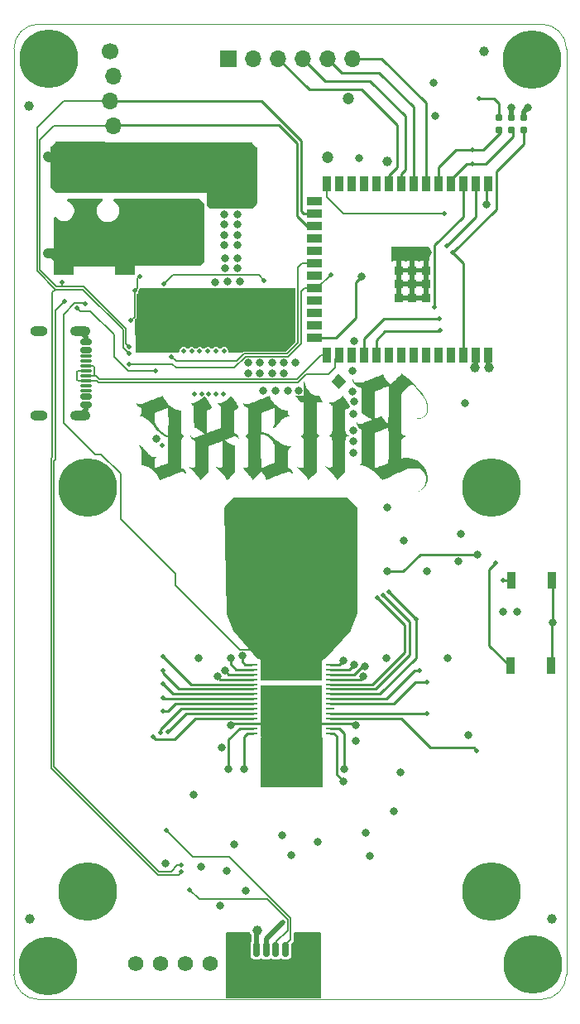
<source format=gbr>
%TF.GenerationSoftware,KiCad,Pcbnew,8.0.7*%
%TF.CreationDate,2025-02-14T10:59:27-05:00*%
%TF.ProjectId,bitaxeGamma,62697461-7865-4476-916d-6d612e6b6963,rev?*%
%TF.SameCoordinates,Original*%
%TF.FileFunction,Copper,L4,Bot*%
%TF.FilePolarity,Positive*%
%FSLAX46Y46*%
G04 Gerber Fmt 4.6, Leading zero omitted, Abs format (unit mm)*
G04 Created by KiCad (PCBNEW 8.0.7) date 2025-02-14 10:59:27*
%MOMM*%
%LPD*%
G01*
G04 APERTURE LIST*
G04 Aperture macros list*
%AMRoundRect*
0 Rectangle with rounded corners*
0 $1 Rounding radius*
0 $2 $3 $4 $5 $6 $7 $8 $9 X,Y pos of 4 corners*
0 Add a 4 corners polygon primitive as box body*
4,1,4,$2,$3,$4,$5,$6,$7,$8,$9,$2,$3,0*
0 Add four circle primitives for the rounded corners*
1,1,$1+$1,$2,$3*
1,1,$1+$1,$4,$5*
1,1,$1+$1,$6,$7*
1,1,$1+$1,$8,$9*
0 Add four rect primitives between the rounded corners*
20,1,$1+$1,$2,$3,$4,$5,0*
20,1,$1+$1,$4,$5,$6,$7,0*
20,1,$1+$1,$6,$7,$8,$9,0*
20,1,$1+$1,$8,$9,$2,$3,0*%
G04 Aperture macros list end*
%TA.AperFunction,EtchedComponent*%
%ADD10C,0.000000*%
%TD*%
%TA.AperFunction,SMDPad,CuDef*%
%ADD11RoundRect,0.150000X-0.150000X-0.625000X0.150000X-0.625000X0.150000X0.625000X-0.150000X0.625000X0*%
%TD*%
%TA.AperFunction,SMDPad,CuDef*%
%ADD12RoundRect,0.250000X-0.350000X-0.650000X0.350000X-0.650000X0.350000X0.650000X-0.350000X0.650000X0*%
%TD*%
%TA.AperFunction,ComponentPad*%
%ADD13C,6.000000*%
%TD*%
%TA.AperFunction,ComponentPad*%
%ADD14C,0.800000*%
%TD*%
%TA.AperFunction,ComponentPad*%
%ADD15R,1.700000X1.700000*%
%TD*%
%TA.AperFunction,ComponentPad*%
%ADD16O,1.700000X1.700000*%
%TD*%
%TA.AperFunction,ComponentPad*%
%ADD17C,0.400000*%
%TD*%
%TA.AperFunction,ComponentPad*%
%ADD18C,1.574800*%
%TD*%
%TA.AperFunction,ComponentPad*%
%ADD19C,1.700000*%
%TD*%
%TA.AperFunction,SMDPad,CuDef*%
%ADD20C,1.000000*%
%TD*%
%TA.AperFunction,SMDPad,CuDef*%
%ADD21RoundRect,0.150000X0.425000X-0.150000X0.425000X0.150000X-0.425000X0.150000X-0.425000X-0.150000X0*%
%TD*%
%TA.AperFunction,SMDPad,CuDef*%
%ADD22RoundRect,0.075000X0.500000X-0.075000X0.500000X0.075000X-0.500000X0.075000X-0.500000X-0.075000X0*%
%TD*%
%TA.AperFunction,ComponentPad*%
%ADD23O,1.800000X1.000000*%
%TD*%
%TA.AperFunction,ComponentPad*%
%ADD24O,2.100000X1.000000*%
%TD*%
%TA.AperFunction,SMDPad,CuDef*%
%ADD25R,0.900000X1.500000*%
%TD*%
%TA.AperFunction,SMDPad,CuDef*%
%ADD26R,1.500000X0.900000*%
%TD*%
%TA.AperFunction,SMDPad,CuDef*%
%ADD27R,0.900000X0.900000*%
%TD*%
%TA.AperFunction,ConnectorPad*%
%ADD28C,0.787400*%
%TD*%
%TA.AperFunction,SMDPad,CuDef*%
%ADD29RoundRect,0.055250X0.340750X0.055250X-0.340750X0.055250X-0.340750X-0.055250X0.340750X-0.055250X0*%
%TD*%
%TA.AperFunction,SMDPad,CuDef*%
%ADD30R,6.330000X2.000000*%
%TD*%
%TA.AperFunction,SMDPad,CuDef*%
%ADD31R,6.330000X5.300000*%
%TD*%
%TA.AperFunction,SMDPad,CuDef*%
%ADD32R,2.000000X2.000000*%
%TD*%
%TA.AperFunction,SMDPad,CuDef*%
%ADD33R,0.900000X1.800000*%
%TD*%
%TA.AperFunction,ViaPad*%
%ADD34C,0.800000*%
%TD*%
%TA.AperFunction,ViaPad*%
%ADD35C,1.000000*%
%TD*%
%TA.AperFunction,ViaPad*%
%ADD36C,0.500000*%
%TD*%
%TA.AperFunction,ViaPad*%
%ADD37C,1.200000*%
%TD*%
%TA.AperFunction,Conductor*%
%ADD38C,0.200000*%
%TD*%
%TA.AperFunction,Conductor*%
%ADD39C,0.254000*%
%TD*%
%TA.AperFunction,Conductor*%
%ADD40C,0.508000*%
%TD*%
%TA.AperFunction,Conductor*%
%ADD41C,1.000000*%
%TD*%
%TA.AperFunction,Profile*%
%ADD42C,0.001000*%
%TD*%
G04 APERTURE END LIST*
D10*
%TA.AperFunction,EtchedComponent*%
%TO.C,G\u002A\u002A\u002A*%
G36*
X110835225Y-83669191D02*
G01*
X111225774Y-84059740D01*
X110840646Y-84445290D01*
X110743775Y-84541920D01*
X110649131Y-84635592D01*
X110567917Y-84715197D01*
X110504115Y-84776859D01*
X110461707Y-84816699D01*
X110444677Y-84830841D01*
X110429633Y-84818501D01*
X110388808Y-84780268D01*
X110326321Y-84719953D01*
X110246154Y-84641434D01*
X110152289Y-84548587D01*
X110048708Y-84445290D01*
X109663579Y-84059740D01*
X110054128Y-83669191D01*
X110444677Y-83278642D01*
X110835225Y-83669191D01*
G37*
%TD.AperFunction*%
%TA.AperFunction,EtchedComponent*%
G36*
X106952962Y-84218195D02*
G01*
X107012788Y-84384727D01*
X107130174Y-84656382D01*
X107260097Y-84893409D01*
X107401616Y-85094547D01*
X107553792Y-85258537D01*
X107715685Y-85384116D01*
X107886356Y-85470027D01*
X107916657Y-85479077D01*
X107996489Y-85494470D01*
X108098933Y-85507422D01*
X108211773Y-85516200D01*
X108448024Y-85528872D01*
X108633717Y-85851383D01*
X108687239Y-85945026D01*
X108740061Y-86039000D01*
X108781920Y-86115205D01*
X108809482Y-86167559D01*
X108819410Y-86189981D01*
X108812654Y-86193248D01*
X108772106Y-86198329D01*
X108701063Y-86202393D01*
X108606604Y-86205090D01*
X108495806Y-86206067D01*
X108172203Y-86206067D01*
X108178046Y-87763614D01*
X108179056Y-88029567D01*
X108180108Y-88286071D01*
X108181182Y-88506491D01*
X108182369Y-88693760D01*
X108183761Y-88850811D01*
X108185446Y-88980576D01*
X108187518Y-89085988D01*
X108190065Y-89169980D01*
X108193180Y-89235484D01*
X108196952Y-89285434D01*
X108201474Y-89322762D01*
X108206835Y-89350400D01*
X108213126Y-89371282D01*
X108220439Y-89388341D01*
X108228864Y-89404508D01*
X108261787Y-89457864D01*
X108349332Y-89557893D01*
X108450475Y-89629877D01*
X108508694Y-89659932D01*
X108417585Y-89713326D01*
X108319765Y-89792653D01*
X108242377Y-89900266D01*
X108195128Y-90023485D01*
X108193591Y-90033321D01*
X108189824Y-90086905D01*
X108186397Y-90179408D01*
X108183334Y-90308844D01*
X108180661Y-90473224D01*
X108178401Y-90670562D01*
X108176578Y-90898870D01*
X108175218Y-91156162D01*
X108174344Y-91440449D01*
X108173980Y-91749745D01*
X108173471Y-93386531D01*
X107742630Y-93787538D01*
X107311790Y-94188545D01*
X107277386Y-94097910D01*
X107247290Y-94032073D01*
X107177868Y-93916154D01*
X107082976Y-93783702D01*
X106967059Y-93640128D01*
X106834561Y-93490847D01*
X106689927Y-93341272D01*
X106537600Y-93196816D01*
X106483754Y-93146978D01*
X106402109Y-93067371D01*
X106327474Y-92990122D01*
X106262576Y-92918696D01*
X106210143Y-92856560D01*
X106172904Y-92807181D01*
X106153586Y-92774024D01*
X106154918Y-92760556D01*
X106179628Y-92770243D01*
X106230444Y-92806551D01*
X106299366Y-92857410D01*
X106369454Y-92896819D01*
X106436950Y-92916253D01*
X106516137Y-92921454D01*
X106532152Y-92921097D01*
X106642284Y-92901731D01*
X106745371Y-92857661D01*
X106824867Y-92795630D01*
X106826684Y-92793536D01*
X106833773Y-92782700D01*
X106839814Y-92766544D01*
X106844873Y-92742039D01*
X106849018Y-92706155D01*
X106852314Y-92655863D01*
X106854829Y-92588133D01*
X106856628Y-92499937D01*
X106857778Y-92388244D01*
X106858346Y-92250025D01*
X106858398Y-92082251D01*
X106858000Y-91881892D01*
X106857219Y-91645920D01*
X106856122Y-91371304D01*
X106850337Y-89987937D01*
X106790861Y-89886750D01*
X106733692Y-89809469D01*
X106627929Y-89721251D01*
X106524473Y-89656939D01*
X106595168Y-89620671D01*
X106660367Y-89577358D01*
X106737556Y-89503287D01*
X106800898Y-89418954D01*
X106838416Y-89338263D01*
X106840403Y-89327806D01*
X106845101Y-89272011D01*
X106849184Y-89174805D01*
X106852651Y-89036374D01*
X106855498Y-88856905D01*
X106857723Y-88636583D01*
X106859323Y-88375593D01*
X106860296Y-88074124D01*
X106860639Y-87732359D01*
X106860755Y-86206067D01*
X106708307Y-86206067D01*
X106555859Y-86206067D01*
X106282673Y-85867470D01*
X106009487Y-85528872D01*
X106435121Y-85523240D01*
X106860755Y-85517608D01*
X106861024Y-84731444D01*
X106861292Y-83945279D01*
X106952962Y-84218195D01*
G37*
%TD.AperFunction*%
%TA.AperFunction,EtchedComponent*%
G36*
X110875684Y-85508401D02*
G01*
X110901173Y-85546235D01*
X110945271Y-85612062D01*
X111005209Y-85701741D01*
X111078222Y-85811131D01*
X111161542Y-85936090D01*
X111252402Y-86072478D01*
X111628268Y-86636921D01*
X111578013Y-86701135D01*
X111533263Y-86747758D01*
X111443903Y-86815237D01*
X111334780Y-86877924D01*
X111218190Y-86928062D01*
X111111453Y-86965971D01*
X111111453Y-88107771D01*
X111111446Y-88275760D01*
X111111559Y-88507622D01*
X111112114Y-88703489D01*
X111113445Y-88866832D01*
X111115885Y-89001120D01*
X111119767Y-89109823D01*
X111125425Y-89196412D01*
X111133192Y-89264355D01*
X111143400Y-89317123D01*
X111156384Y-89358185D01*
X111172477Y-89391011D01*
X111192011Y-89419071D01*
X111215321Y-89445835D01*
X111242739Y-89474772D01*
X111256864Y-89488805D01*
X111322178Y-89541654D01*
X111387734Y-89580913D01*
X111466066Y-89616790D01*
X111381498Y-89654924D01*
X111375494Y-89657712D01*
X111281872Y-89720387D01*
X111198671Y-89808646D01*
X111140101Y-89907615D01*
X111138050Y-89913353D01*
X111132956Y-89936914D01*
X111128511Y-89974168D01*
X111124674Y-90027659D01*
X111121401Y-90099929D01*
X111118649Y-90193524D01*
X111116374Y-90310985D01*
X111114534Y-90454858D01*
X111113085Y-90627686D01*
X111111983Y-90832012D01*
X111111187Y-91070380D01*
X111110652Y-91345334D01*
X111110335Y-91659417D01*
X111109217Y-93342654D01*
X110688391Y-93742728D01*
X110674494Y-93755934D01*
X110565705Y-93858938D01*
X110467267Y-93951493D01*
X110383136Y-94029930D01*
X110317265Y-94090579D01*
X110273609Y-94129771D01*
X110256123Y-94143836D01*
X110253726Y-94142893D01*
X110237968Y-94118544D01*
X110218096Y-94071351D01*
X110201334Y-94030446D01*
X110153397Y-93941437D01*
X110083781Y-93838666D01*
X109990413Y-93719559D01*
X109871219Y-93581541D01*
X109724123Y-93422036D01*
X109547051Y-93238470D01*
X109543132Y-93234475D01*
X109396872Y-93084228D01*
X109277197Y-92958886D01*
X109184596Y-92859026D01*
X109119552Y-92785223D01*
X109082554Y-92738053D01*
X109074086Y-92718092D01*
X109094636Y-92725916D01*
X109144690Y-92762100D01*
X109161332Y-92775007D01*
X109222126Y-92820072D01*
X109267670Y-92847117D01*
X109311821Y-92863145D01*
X109368432Y-92875156D01*
X109424247Y-92880245D01*
X109532354Y-92868158D01*
X109635541Y-92832791D01*
X109716601Y-92778902D01*
X109777901Y-92720173D01*
X109777784Y-91364474D01*
X109777450Y-91061641D01*
X109776407Y-90777058D01*
X109774652Y-90533703D01*
X109772182Y-90331350D01*
X109768993Y-90169770D01*
X109765081Y-90048738D01*
X109760444Y-89968026D01*
X109755076Y-89927406D01*
X109729641Y-89873164D01*
X109684106Y-89807892D01*
X109627056Y-89741021D01*
X109567001Y-89681715D01*
X109512452Y-89639140D01*
X109471918Y-89622460D01*
X109461738Y-89621456D01*
X109460241Y-89611288D01*
X109496605Y-89588775D01*
X109590651Y-89524440D01*
X109677420Y-89436473D01*
X109738314Y-89341998D01*
X109739156Y-89340168D01*
X109746794Y-89321373D01*
X109753334Y-89298885D01*
X109758862Y-89269539D01*
X109763465Y-89230169D01*
X109767229Y-89177612D01*
X109770239Y-89108701D01*
X109772582Y-89020272D01*
X109774344Y-88909160D01*
X109775610Y-88772200D01*
X109776467Y-88606226D01*
X109777001Y-88408073D01*
X109777298Y-88174578D01*
X109777443Y-87902574D01*
X109777901Y-86546497D01*
X109723429Y-86517344D01*
X109717003Y-86513566D01*
X109670874Y-86477206D01*
X109611948Y-86421367D01*
X109551012Y-86357292D01*
X109498855Y-86296221D01*
X109466268Y-86249396D01*
X109462396Y-86239552D01*
X109467939Y-86227474D01*
X109494743Y-86220368D01*
X109549610Y-86216913D01*
X109639339Y-86215787D01*
X109644743Y-86215764D01*
X109745420Y-86213103D01*
X109821565Y-86204306D01*
X109889472Y-86186406D01*
X109965431Y-86156439D01*
X110083913Y-86098122D01*
X110261573Y-85989272D01*
X110451696Y-85850389D01*
X110649303Y-85684906D01*
X110675153Y-85662002D01*
X110750198Y-85596617D01*
X110811604Y-85544759D01*
X110853607Y-85511228D01*
X110870442Y-85500822D01*
X110875684Y-85508401D01*
G37*
%TD.AperFunction*%
%TA.AperFunction,EtchedComponent*%
G36*
X94321726Y-88203688D02*
G01*
X94327450Y-89345307D01*
X94390708Y-89447836D01*
X94449755Y-89524977D01*
X94562645Y-89615543D01*
X94671323Y-89680721D01*
X94606011Y-89707774D01*
X94543402Y-89739855D01*
X94442182Y-89826730D01*
X94366349Y-89945412D01*
X94317438Y-90050447D01*
X94317235Y-91492995D01*
X94317031Y-92935544D01*
X94374332Y-92949316D01*
X94504813Y-92999651D01*
X94623731Y-93085425D01*
X94720321Y-93199404D01*
X94789662Y-93335721D01*
X94826830Y-93488511D01*
X94839564Y-93592695D01*
X94798954Y-93519767D01*
X94767864Y-93468659D01*
X94696223Y-93385706D01*
X94612548Y-93336540D01*
X94509179Y-93315767D01*
X94396328Y-93317778D01*
X94279739Y-93339423D01*
X94277012Y-93340249D01*
X94230067Y-93356189D01*
X94151537Y-93384567D01*
X94045832Y-93423686D01*
X93917364Y-93471846D01*
X93770541Y-93527347D01*
X93609773Y-93588491D01*
X93439472Y-93653579D01*
X93264047Y-93720910D01*
X93087908Y-93788787D01*
X92915465Y-93855510D01*
X92751128Y-93919380D01*
X92599308Y-93978697D01*
X92464414Y-94031763D01*
X92350857Y-94076879D01*
X92263046Y-94112345D01*
X92205393Y-94136462D01*
X92182306Y-94147531D01*
X92156950Y-94162429D01*
X92123410Y-94161789D01*
X92108335Y-94137849D01*
X92107708Y-94130648D01*
X92092011Y-94080784D01*
X92058316Y-94005401D01*
X92010789Y-93911903D01*
X91953592Y-93807696D01*
X91890888Y-93700184D01*
X91826843Y-93596772D01*
X91765618Y-93504865D01*
X91711378Y-93431868D01*
X91633746Y-93341345D01*
X91428675Y-93144290D01*
X91199837Y-92976294D01*
X90952588Y-92840495D01*
X90692285Y-92740029D01*
X90424283Y-92678034D01*
X90264283Y-92653320D01*
X90251592Y-91883221D01*
X90250405Y-91812732D01*
X90246370Y-91603183D01*
X90241813Y-91429431D01*
X90236204Y-91286956D01*
X90229012Y-91171235D01*
X90219709Y-91077750D01*
X90207764Y-91001978D01*
X90192648Y-90939400D01*
X90173831Y-90885494D01*
X90150784Y-90835740D01*
X90122975Y-90785617D01*
X90120847Y-90782042D01*
X90055158Y-90699440D01*
X89968535Y-90624924D01*
X89878803Y-90573944D01*
X89873811Y-90570360D01*
X89893019Y-90568784D01*
X89941313Y-90573315D01*
X90042375Y-90597494D01*
X90160102Y-90644707D01*
X90275032Y-90706919D01*
X90371015Y-90776491D01*
X90398820Y-90803695D01*
X90454315Y-90864996D01*
X90523987Y-90947126D01*
X90601656Y-91042752D01*
X90681141Y-91144537D01*
X90734840Y-91213508D01*
X90818912Y-91317242D01*
X90899591Y-91412229D01*
X90969785Y-91490190D01*
X91022398Y-91542845D01*
X91062638Y-91577211D01*
X91215232Y-91682141D01*
X91381116Y-91762486D01*
X91549910Y-91813887D01*
X91711234Y-91831990D01*
X91805458Y-91831990D01*
X91727919Y-91884679D01*
X91726511Y-91885637D01*
X91680191Y-91919536D01*
X91644507Y-91954123D01*
X91617967Y-91995254D01*
X91599082Y-92048782D01*
X91586361Y-92120563D01*
X91578314Y-92216452D01*
X91573451Y-92342305D01*
X91570280Y-92503975D01*
X91570271Y-92504579D01*
X91568454Y-92654882D01*
X91568425Y-92767967D01*
X91570389Y-92848244D01*
X91574549Y-92900125D01*
X91581111Y-92928019D01*
X91590277Y-92936337D01*
X91591076Y-92936279D01*
X91620124Y-92927830D01*
X91682001Y-92906515D01*
X91771195Y-92874430D01*
X91882191Y-92833666D01*
X92009476Y-92786318D01*
X92147538Y-92734478D01*
X92290864Y-92680241D01*
X92433940Y-92625699D01*
X92571254Y-92572945D01*
X92697292Y-92524073D01*
X92806541Y-92481175D01*
X92893488Y-92446347D01*
X92952621Y-92421679D01*
X92978425Y-92409267D01*
X92980554Y-92406582D01*
X92985763Y-92388149D01*
X92990120Y-92351420D01*
X92993668Y-92293796D01*
X92996447Y-92212681D01*
X92998497Y-92105477D01*
X92999861Y-91969587D01*
X93000578Y-91802416D01*
X93000690Y-91601364D01*
X93000238Y-91363836D01*
X92999262Y-91087234D01*
X92993897Y-89785247D01*
X92845552Y-89747576D01*
X92795197Y-89733623D01*
X92584188Y-89650458D01*
X92373511Y-89528486D01*
X92166508Y-89369879D01*
X91966522Y-89176806D01*
X91954304Y-89163562D01*
X91894802Y-89097043D01*
X91816697Y-89007551D01*
X91726200Y-88902295D01*
X91629520Y-88788485D01*
X91532865Y-88673329D01*
X91411974Y-88529984D01*
X91249584Y-88344170D01*
X91104594Y-88187826D01*
X90973619Y-88057822D01*
X90853274Y-87951029D01*
X90740175Y-87864315D01*
X90630938Y-87794552D01*
X90522177Y-87738608D01*
X90514875Y-87735308D01*
X90404294Y-87692014D01*
X90286919Y-87656257D01*
X90177336Y-87631939D01*
X90090130Y-87622966D01*
X90018498Y-87622966D01*
X90056588Y-87597653D01*
X91567307Y-87597653D01*
X91567708Y-87650108D01*
X91576720Y-87862890D01*
X91599702Y-88047668D01*
X91639589Y-88214539D01*
X91699311Y-88373600D01*
X91781803Y-88534948D01*
X91889995Y-88708680D01*
X91917006Y-88748242D01*
X92050892Y-88921724D01*
X92203075Y-89088150D01*
X92366516Y-89241311D01*
X92534179Y-89374999D01*
X92699026Y-89483007D01*
X92854021Y-89559125D01*
X92900901Y-89576869D01*
X92955065Y-89595307D01*
X92984250Y-89602457D01*
X92987222Y-89592193D01*
X92991070Y-89543051D01*
X92994468Y-89454586D01*
X92997396Y-89328175D01*
X92999836Y-89165195D01*
X93001767Y-88967024D01*
X93003170Y-88735040D01*
X93004026Y-88470619D01*
X93004316Y-88175140D01*
X93004259Y-88026074D01*
X93003937Y-87793751D01*
X93003352Y-87576138D01*
X93002527Y-87376604D01*
X93001489Y-87198520D01*
X93000260Y-87045257D01*
X92998866Y-86920185D01*
X92997331Y-86826675D01*
X92995680Y-86768097D01*
X92993937Y-86747822D01*
X92991503Y-86748422D01*
X92959821Y-86759684D01*
X92896275Y-86783599D01*
X92806237Y-86818064D01*
X92695077Y-86860979D01*
X92568166Y-86910239D01*
X92430874Y-86963742D01*
X92288571Y-87019386D01*
X92146628Y-87075069D01*
X92010417Y-87128688D01*
X91885306Y-87178140D01*
X91776668Y-87221323D01*
X91689872Y-87256135D01*
X91630289Y-87280473D01*
X91603290Y-87292234D01*
X91594124Y-87298428D01*
X91582050Y-87315882D01*
X91574136Y-87347708D01*
X91569576Y-87400731D01*
X91567568Y-87481772D01*
X91567307Y-87597653D01*
X90056588Y-87597653D01*
X90089298Y-87575915D01*
X90109228Y-87560563D01*
X90163325Y-87502836D01*
X90206982Y-87436061D01*
X90217845Y-87413574D01*
X90233814Y-87371933D01*
X90244274Y-87324765D01*
X90250353Y-87263036D01*
X90253174Y-87177714D01*
X90253865Y-87059764D01*
X90253865Y-86776270D01*
X90143230Y-86741395D01*
X90058403Y-86706242D01*
X89939051Y-86622638D01*
X89843108Y-86510508D01*
X89775444Y-86376095D01*
X89740927Y-86225641D01*
X89729100Y-86112301D01*
X89775716Y-86202561D01*
X89838802Y-86289077D01*
X89932429Y-86361967D01*
X90039340Y-86403558D01*
X90070304Y-86406574D01*
X90146405Y-86401553D01*
X90233759Y-86384628D01*
X90243350Y-86381914D01*
X90296052Y-86364473D01*
X90379854Y-86334744D01*
X90490374Y-86294407D01*
X90623228Y-86245146D01*
X90774034Y-86188642D01*
X90938409Y-86126576D01*
X91111969Y-86060630D01*
X91290333Y-85992487D01*
X91469118Y-85923827D01*
X91643940Y-85856333D01*
X91810416Y-85791686D01*
X91964165Y-85731569D01*
X92100803Y-85677662D01*
X92215947Y-85631648D01*
X92305215Y-85595208D01*
X92364223Y-85570025D01*
X92388590Y-85557779D01*
X92414471Y-85541528D01*
X92448806Y-85549415D01*
X92472066Y-85595165D01*
X92475889Y-85607757D01*
X92497208Y-85662159D01*
X92530356Y-85736720D01*
X92569968Y-85819160D01*
X92595756Y-85869606D01*
X92758633Y-86140535D01*
X92945653Y-86377530D01*
X93156687Y-86580498D01*
X93391607Y-86749341D01*
X93650281Y-86883965D01*
X93932582Y-86984274D01*
X94238379Y-87050172D01*
X94316002Y-87062069D01*
X94321583Y-88175140D01*
X94321726Y-88203688D01*
G37*
%TD.AperFunction*%
%TA.AperFunction,EtchedComponent*%
G36*
X105245907Y-92057041D02*
G01*
X105245907Y-92917613D01*
X105370928Y-92967812D01*
X105430008Y-92995089D01*
X105554364Y-93083226D01*
X105649593Y-93200838D01*
X105714408Y-93346505D01*
X105734620Y-93417897D01*
X105750000Y-93484787D01*
X105755573Y-93527171D01*
X105753328Y-93550543D01*
X105743744Y-93547509D01*
X105721785Y-93509348D01*
X105693905Y-93462287D01*
X105611304Y-93368746D01*
X105512841Y-93310573D01*
X105402588Y-93290562D01*
X105354520Y-93295517D01*
X105280084Y-93309868D01*
X105198761Y-93330325D01*
X105196858Y-93330871D01*
X105147588Y-93346997D01*
X105066904Y-93375570D01*
X104959208Y-93414896D01*
X104828901Y-93463281D01*
X104680384Y-93519031D01*
X104518060Y-93580452D01*
X104346329Y-93645850D01*
X104169594Y-93713530D01*
X103992255Y-93781799D01*
X103818714Y-93848961D01*
X103653373Y-93913324D01*
X103500633Y-93973193D01*
X103364896Y-94026874D01*
X103250563Y-94072673D01*
X103162036Y-94108895D01*
X103103716Y-94133846D01*
X103080005Y-94145833D01*
X103066191Y-94157840D01*
X103049936Y-94160477D01*
X103033194Y-94141356D01*
X103011533Y-94094620D01*
X102980518Y-94014414D01*
X102957215Y-93956363D01*
X102865871Y-93771175D01*
X102749948Y-93583181D01*
X102617823Y-93406421D01*
X102498437Y-93261820D01*
X102054938Y-93718972D01*
X102010996Y-93764104D01*
X101902447Y-93874102D01*
X101806275Y-93969421D01*
X101725747Y-94046955D01*
X101664126Y-94103597D01*
X101624678Y-94136240D01*
X101610667Y-94141776D01*
X101610188Y-94135996D01*
X101594021Y-94084945D01*
X101558675Y-94011146D01*
X101509185Y-93923607D01*
X101450586Y-93831333D01*
X101387913Y-93743331D01*
X101356524Y-93704912D01*
X101294815Y-93634712D01*
X101213091Y-93545222D01*
X101116602Y-93442104D01*
X101010600Y-93331021D01*
X100900335Y-93217634D01*
X100861484Y-93178017D01*
X100728732Y-93041405D01*
X100625077Y-92932341D01*
X100549720Y-92849813D01*
X100501860Y-92792811D01*
X100480696Y-92760325D01*
X100485428Y-92751343D01*
X100515255Y-92764856D01*
X100569376Y-92799853D01*
X100621986Y-92833797D01*
X100684304Y-92868648D01*
X100728345Y-92887115D01*
X100754000Y-92891983D01*
X100854280Y-92890795D01*
X100963060Y-92865032D01*
X101063798Y-92818099D01*
X101161904Y-92757447D01*
X101167267Y-91417164D01*
X101167527Y-91347696D01*
X101168186Y-91059654D01*
X101168058Y-90802734D01*
X101167160Y-90578444D01*
X101165509Y-90388289D01*
X101163121Y-90233776D01*
X101160012Y-90116412D01*
X101156200Y-90037703D01*
X101151701Y-89999156D01*
X101146978Y-89983090D01*
X101093056Y-89872002D01*
X101011135Y-89775451D01*
X100912147Y-89706778D01*
X100814920Y-89659712D01*
X100895809Y-89623496D01*
X100952938Y-89589809D01*
X101035424Y-89515822D01*
X101065003Y-89477437D01*
X102485038Y-89477437D01*
X102485038Y-91206887D01*
X102485101Y-91363235D01*
X102485493Y-91620762D01*
X102486217Y-91864144D01*
X102487246Y-92090323D01*
X102488553Y-92296239D01*
X102490109Y-92478834D01*
X102491887Y-92635049D01*
X102493859Y-92761825D01*
X102495998Y-92856105D01*
X102498276Y-92914828D01*
X102500665Y-92934936D01*
X102519082Y-92928771D01*
X102572479Y-92909080D01*
X102656175Y-92877532D01*
X102765668Y-92835843D01*
X102896456Y-92785727D01*
X103044036Y-92728899D01*
X103203906Y-92667074D01*
X103891518Y-92400612D01*
X103896970Y-91570235D01*
X103898110Y-91398476D01*
X103899062Y-91211383D01*
X103898896Y-91057340D01*
X103897027Y-90931497D01*
X103892866Y-90829007D01*
X103885829Y-90745021D01*
X103875328Y-90674692D01*
X103860777Y-90613171D01*
X103841589Y-90555610D01*
X103817178Y-90497162D01*
X103786957Y-90432977D01*
X103750340Y-90358209D01*
X103710480Y-90281669D01*
X103588173Y-90089899D01*
X103445758Y-89917878D01*
X103287874Y-89769139D01*
X103119161Y-89647217D01*
X102944256Y-89555645D01*
X102767800Y-89497956D01*
X102594431Y-89477684D01*
X102485038Y-89477437D01*
X101065003Y-89477437D01*
X101104781Y-89425817D01*
X101148140Y-89334529D01*
X101150874Y-89322142D01*
X101156156Y-89274719D01*
X101160633Y-89197578D01*
X101164335Y-89089011D01*
X101167294Y-88947312D01*
X101169541Y-88770773D01*
X101171107Y-88557687D01*
X101172024Y-88306346D01*
X101172322Y-88015043D01*
X101172322Y-86776270D01*
X101061688Y-86741395D01*
X100976861Y-86706242D01*
X100857509Y-86622638D01*
X100761566Y-86510508D01*
X100693901Y-86376095D01*
X100659385Y-86225641D01*
X100647558Y-86112301D01*
X100694174Y-86202561D01*
X100757393Y-86289208D01*
X100850913Y-86361994D01*
X100957591Y-86403513D01*
X100983192Y-86406375D01*
X101061203Y-86401151D01*
X101155540Y-86381207D01*
X101170133Y-86376746D01*
X101228147Y-86356820D01*
X101318109Y-86324409D01*
X101435294Y-86281315D01*
X101574974Y-86229342D01*
X101732423Y-86170292D01*
X101902914Y-86105966D01*
X102081721Y-86038168D01*
X102264115Y-85968700D01*
X102445372Y-85899364D01*
X102620763Y-85831963D01*
X102785563Y-85768298D01*
X102935043Y-85710173D01*
X103064479Y-85659390D01*
X103169142Y-85617751D01*
X103244306Y-85587059D01*
X103285245Y-85569115D01*
X103316302Y-85554335D01*
X103356014Y-85542142D01*
X103376900Y-85554798D01*
X103390524Y-85595165D01*
X103408235Y-85646507D01*
X103445078Y-85729953D01*
X103494694Y-85830182D01*
X103551983Y-85937350D01*
X103611849Y-86041616D01*
X103669192Y-86133138D01*
X103677407Y-86145375D01*
X103819863Y-86327650D01*
X103991568Y-86501823D01*
X104182778Y-86659787D01*
X104383750Y-86793439D01*
X104584739Y-86894673D01*
X104686352Y-86932559D01*
X104838590Y-86979085D01*
X105001368Y-87019755D01*
X105157351Y-87049874D01*
X105235489Y-87062262D01*
X105235832Y-87212384D01*
X105238365Y-87275518D01*
X105263321Y-87400449D01*
X105316628Y-87498900D01*
X105400372Y-87575467D01*
X105470856Y-87622966D01*
X105389637Y-87623274D01*
X105342452Y-87626378D01*
X105260955Y-87637788D01*
X105176626Y-87654651D01*
X105168801Y-87656518D01*
X105045374Y-87693013D01*
X104931246Y-87742438D01*
X104821443Y-87808680D01*
X104710993Y-87895628D01*
X104594922Y-88007171D01*
X104468254Y-88147195D01*
X104326018Y-88319590D01*
X104282507Y-88373427D01*
X104152540Y-88524765D01*
X104035793Y-88643604D01*
X103927727Y-88733388D01*
X103823802Y-88797564D01*
X103719480Y-88839575D01*
X103610222Y-88862866D01*
X103516457Y-88875353D01*
X103578967Y-88840531D01*
X103614314Y-88819059D01*
X103722445Y-88727057D01*
X103801212Y-88615712D01*
X103817538Y-88582297D01*
X103839986Y-88527551D01*
X103858492Y-88466967D01*
X103873521Y-88396066D01*
X103885538Y-88310368D01*
X103895008Y-88205395D01*
X103902396Y-88076666D01*
X103908168Y-87919703D01*
X103912789Y-87730026D01*
X103916722Y-87503155D01*
X103918938Y-87331049D01*
X103920220Y-87172141D01*
X103920579Y-87031738D01*
X103920037Y-86914473D01*
X103918615Y-86824977D01*
X103916334Y-86767883D01*
X103913217Y-86747822D01*
X103911509Y-86748169D01*
X103881561Y-86758513D01*
X103819409Y-86781673D01*
X103730439Y-86815544D01*
X103620033Y-86858017D01*
X103493574Y-86906988D01*
X103356446Y-86960350D01*
X103214031Y-87015995D01*
X103071713Y-87071817D01*
X102934875Y-87125710D01*
X102808900Y-87175568D01*
X102699172Y-87219283D01*
X102611073Y-87254749D01*
X102549987Y-87279860D01*
X102521297Y-87292509D01*
X102520880Y-87292735D01*
X102512403Y-87299608D01*
X102505397Y-87312441D01*
X102499752Y-87334805D01*
X102495353Y-87370271D01*
X102492090Y-87422410D01*
X102489848Y-87494794D01*
X102488517Y-87590994D01*
X102487983Y-87714581D01*
X102488134Y-87869126D01*
X102488858Y-88058200D01*
X102490041Y-88285376D01*
X102495456Y-89258651D01*
X102682987Y-89271588D01*
X102787792Y-89282177D01*
X102905062Y-89304056D01*
X103019997Y-89338459D01*
X103137092Y-89387853D01*
X103260844Y-89454704D01*
X103395750Y-89541480D01*
X103546306Y-89650647D01*
X103717009Y-89784672D01*
X103912355Y-89946021D01*
X104063378Y-90070861D01*
X104258942Y-90224002D01*
X104436714Y-90350755D01*
X104602421Y-90453993D01*
X104761789Y-90536591D01*
X104920541Y-90601423D01*
X105084404Y-90651362D01*
X105259103Y-90689283D01*
X105450363Y-90718060D01*
X105550635Y-90730584D01*
X105464210Y-90824345D01*
X105416622Y-90883718D01*
X105359239Y-90970458D01*
X105311846Y-91057287D01*
X105245907Y-91196469D01*
X105245907Y-91211383D01*
X105245907Y-92057041D01*
G37*
%TD.AperFunction*%
%TA.AperFunction,EtchedComponent*%
G36*
X96706501Y-85545981D02*
G01*
X96733746Y-85582419D01*
X96779421Y-85646962D01*
X96840714Y-85735534D01*
X96914811Y-85844058D01*
X96998900Y-85968457D01*
X97090168Y-86104653D01*
X97097526Y-86115680D01*
X97199815Y-86269346D01*
X97281048Y-86392518D01*
X97343387Y-86488969D01*
X97388996Y-86562474D01*
X97420041Y-86616805D01*
X97438685Y-86655736D01*
X97447092Y-86683040D01*
X97447426Y-86702490D01*
X97441852Y-86717861D01*
X97403760Y-86765286D01*
X97336242Y-86823661D01*
X97250643Y-86883879D01*
X97157364Y-86938652D01*
X97066802Y-86980692D01*
X96942462Y-87028906D01*
X96942462Y-88190661D01*
X96942504Y-88337706D01*
X96942711Y-88545010D01*
X96943077Y-88736786D01*
X96943586Y-88909299D01*
X96944219Y-89058812D01*
X96944961Y-89181593D01*
X96945795Y-89273905D01*
X96946704Y-89332013D01*
X96947671Y-89352183D01*
X96947698Y-89352180D01*
X96968225Y-89344530D01*
X97023120Y-89323347D01*
X97108047Y-89290323D01*
X97218668Y-89247151D01*
X97350647Y-89195523D01*
X97499647Y-89137132D01*
X97661330Y-89073671D01*
X98369779Y-88795393D01*
X98362012Y-87708027D01*
X98354244Y-86620662D01*
X98177209Y-86443627D01*
X98175209Y-86441626D01*
X98107799Y-86372952D01*
X98053813Y-86315646D01*
X98018693Y-86275644D01*
X98007881Y-86258886D01*
X98016822Y-86257395D01*
X98057030Y-86260608D01*
X98116841Y-86270096D01*
X98188347Y-86277931D01*
X98338102Y-86265427D01*
X98503088Y-86218008D01*
X98680623Y-86136997D01*
X98868029Y-86023716D01*
X99062626Y-85879484D01*
X99261732Y-85705624D01*
X99334897Y-85639603D01*
X99396864Y-85588785D01*
X99441359Y-85558013D01*
X99462319Y-85551933D01*
X99463756Y-85553759D01*
X99483075Y-85581451D01*
X99521185Y-85637535D01*
X99574657Y-85716869D01*
X99640060Y-85814309D01*
X99713966Y-85924713D01*
X99792943Y-86042938D01*
X99873563Y-86163841D01*
X99952394Y-86282279D01*
X100026007Y-86393110D01*
X100090971Y-86491190D01*
X100143858Y-86571378D01*
X100181237Y-86628529D01*
X100199677Y-86657502D01*
X100202687Y-86677535D01*
X100181029Y-86721509D01*
X100132175Y-86775372D01*
X100062480Y-86833989D01*
X99978298Y-86892226D01*
X99885982Y-86944948D01*
X99791888Y-86987021D01*
X99692913Y-87024362D01*
X99692913Y-88177971D01*
X99692913Y-88202922D01*
X99692989Y-88447975D01*
X99693264Y-88654867D01*
X99693841Y-88826811D01*
X99694822Y-88967021D01*
X99696308Y-89078709D01*
X99698400Y-89165087D01*
X99701201Y-89229369D01*
X99704811Y-89274768D01*
X99709332Y-89304496D01*
X99714866Y-89321766D01*
X99721514Y-89329790D01*
X99729377Y-89331783D01*
X99758104Y-89335512D01*
X99830765Y-89361581D01*
X99912972Y-89406164D01*
X99991721Y-89461696D01*
X100054008Y-89520613D01*
X100062167Y-89530468D01*
X100125193Y-89629410D01*
X100172661Y-89744429D01*
X100175591Y-89753963D01*
X100202672Y-89850092D01*
X100213384Y-89908414D01*
X100207608Y-89929456D01*
X100185224Y-89913747D01*
X100146112Y-89861816D01*
X100099776Y-89801503D01*
X100017517Y-89730768D01*
X99923233Y-89694737D01*
X99811097Y-89691652D01*
X99675283Y-89719754D01*
X99658101Y-89724970D01*
X99592826Y-89746835D01*
X99504354Y-89778285D01*
X99399613Y-89816671D01*
X99285531Y-89859345D01*
X99169038Y-89903657D01*
X99057061Y-89946958D01*
X98956530Y-89986601D01*
X98874373Y-90019936D01*
X98817519Y-90044314D01*
X98792896Y-90057087D01*
X98794223Y-90064982D01*
X98820552Y-90093977D01*
X98871986Y-90138478D01*
X98942306Y-90193903D01*
X99025294Y-90255672D01*
X99114729Y-90319201D01*
X99204392Y-90379909D01*
X99288064Y-90433214D01*
X99359525Y-90474534D01*
X99365144Y-90477509D01*
X99462868Y-90523448D01*
X99569044Y-90565033D01*
X99661658Y-90593591D01*
X99666067Y-90594667D01*
X99741312Y-90613106D01*
X99801360Y-90627954D01*
X99833561Y-90636083D01*
X99836707Y-90639436D01*
X99841704Y-90658717D01*
X99845973Y-90697180D01*
X99849559Y-90757325D01*
X99852512Y-90841650D01*
X99854880Y-90952654D01*
X99856709Y-91092836D01*
X99858049Y-91264694D01*
X99858946Y-91470729D01*
X99859450Y-91713438D01*
X99859607Y-91995320D01*
X99859607Y-93347654D01*
X99427244Y-93755422D01*
X99404238Y-93777116D01*
X99294849Y-93880180D01*
X99196559Y-93972643D01*
X99113209Y-94050904D01*
X99048639Y-94111360D01*
X99006690Y-94150408D01*
X98991200Y-94164448D01*
X98983944Y-94152795D01*
X98963748Y-94112367D01*
X98935831Y-94052805D01*
X98927664Y-94035265D01*
X98883562Y-93950046D01*
X98830779Y-93864455D01*
X98765619Y-93773887D01*
X98684386Y-93673735D01*
X98583382Y-93559395D01*
X98458911Y-93426260D01*
X98307276Y-93269726D01*
X98305399Y-93267810D01*
X98157582Y-93115980D01*
X98038670Y-92991444D01*
X97947409Y-92892768D01*
X97882544Y-92818517D01*
X97842823Y-92767257D01*
X97826990Y-92737553D01*
X97833794Y-92727970D01*
X97857596Y-92740102D01*
X97892514Y-92772586D01*
X97916248Y-92795183D01*
X97994394Y-92844432D01*
X98087213Y-92880163D01*
X98175683Y-92894206D01*
X98247284Y-92888511D01*
X98343301Y-92858010D01*
X98447917Y-92796900D01*
X98526055Y-92743139D01*
X98526055Y-91452690D01*
X98526019Y-91221891D01*
X98525836Y-90991437D01*
X98525421Y-90797043D01*
X98524687Y-90635699D01*
X98523549Y-90504396D01*
X98521921Y-90400123D01*
X98519717Y-90319872D01*
X98516852Y-90260631D01*
X98513238Y-90219392D01*
X98508791Y-90193146D01*
X98503425Y-90178881D01*
X98497053Y-90173589D01*
X98489591Y-90174259D01*
X98471920Y-90180672D01*
X98417968Y-90200893D01*
X98333520Y-90232837D01*
X98223354Y-90274688D01*
X98092251Y-90324627D01*
X97944990Y-90380840D01*
X97786350Y-90441511D01*
X97119574Y-90696744D01*
X97109156Y-92030574D01*
X97098737Y-93364404D01*
X96673016Y-93762351D01*
X96247294Y-94160299D01*
X96170263Y-94006964D01*
X96142674Y-93954637D01*
X96093816Y-93872976D01*
X96034864Y-93787659D01*
X95962404Y-93694573D01*
X95873024Y-93589607D01*
X95763314Y-93468650D01*
X95629859Y-93327592D01*
X95469249Y-93162319D01*
X95374914Y-93065374D01*
X95281923Y-92968131D01*
X95202872Y-92883678D01*
X95141624Y-92816203D01*
X95102043Y-92769895D01*
X95087991Y-92748941D01*
X95090868Y-92744264D01*
X95115019Y-92752041D01*
X95155710Y-92781367D01*
X95165367Y-92789255D01*
X95229267Y-92833723D01*
X95290480Y-92866566D01*
X95316736Y-92876166D01*
X95430229Y-92892950D01*
X95549155Y-92878166D01*
X95660118Y-92834757D01*
X95749721Y-92765667D01*
X95796766Y-92714519D01*
X95791394Y-91446728D01*
X95786022Y-90178937D01*
X95692257Y-90148066D01*
X95630330Y-90124001D01*
X95501543Y-90046464D01*
X95397330Y-89943431D01*
X95323210Y-89821157D01*
X95284699Y-89685901D01*
X95281411Y-89662346D01*
X95271258Y-89596642D01*
X95262743Y-89550365D01*
X95263870Y-89541935D01*
X95278975Y-89560050D01*
X95305553Y-89605670D01*
X95324570Y-89638094D01*
X95370170Y-89701605D01*
X95413066Y-89746248D01*
X95430694Y-89758928D01*
X95514043Y-89799520D01*
X95605620Y-89821644D01*
X95686267Y-89820117D01*
X95709181Y-89813143D01*
X95766534Y-89793254D01*
X95849794Y-89763222D01*
X95952460Y-89725498D01*
X96068028Y-89682535D01*
X96189997Y-89636783D01*
X96311864Y-89590693D01*
X96427125Y-89546717D01*
X96529280Y-89507305D01*
X96611824Y-89474909D01*
X96668255Y-89451981D01*
X96692072Y-89440971D01*
X96687231Y-89429777D01*
X96658014Y-89398671D01*
X96610349Y-89356238D01*
X96489318Y-89256395D01*
X96336170Y-89135564D01*
X96203754Y-89039220D01*
X96087095Y-88964239D01*
X95981218Y-88907500D01*
X95881149Y-88865880D01*
X95781913Y-88836256D01*
X95636105Y-88800461D01*
X95624307Y-87697840D01*
X95621954Y-87482338D01*
X95619482Y-87273333D01*
X95617086Y-87099696D01*
X95614616Y-86958072D01*
X95611923Y-86845104D01*
X95608856Y-86757438D01*
X95605267Y-86691718D01*
X95601005Y-86644589D01*
X95595922Y-86612695D01*
X95589867Y-86592680D01*
X95582692Y-86581189D01*
X95574245Y-86574866D01*
X95550190Y-86558265D01*
X95498780Y-86513511D01*
X95437647Y-86453974D01*
X95376874Y-86389999D01*
X95326543Y-86331933D01*
X95296738Y-86290123D01*
X95284758Y-86266055D01*
X95286841Y-86251655D01*
X95320616Y-86260230D01*
X95353148Y-86266914D01*
X95419803Y-86272800D01*
X95496967Y-86274010D01*
X95607121Y-86261676D01*
X95768216Y-86214805D01*
X95941656Y-86135294D01*
X96123220Y-86025472D01*
X96308692Y-85887663D01*
X96493853Y-85724195D01*
X96505163Y-85713404D01*
X96577511Y-85645392D01*
X96638159Y-85590075D01*
X96681035Y-85552894D01*
X96700072Y-85539291D01*
X96706501Y-85545981D01*
G37*
%TD.AperFunction*%
%TA.AperFunction,EtchedComponent*%
G36*
X117551978Y-84631446D02*
G01*
X117408593Y-84753929D01*
X117357351Y-84798345D01*
X117250367Y-84892961D01*
X117152838Y-84981656D01*
X117070371Y-85059203D01*
X117008573Y-85120373D01*
X116973054Y-85159940D01*
X116961784Y-85174683D01*
X116941173Y-85201915D01*
X116923062Y-85228277D01*
X116907287Y-85256429D01*
X116893689Y-85289028D01*
X116882106Y-85328734D01*
X116872377Y-85378206D01*
X116864340Y-85440103D01*
X116857834Y-85517083D01*
X116852698Y-85611806D01*
X116848770Y-85726931D01*
X116845889Y-85865117D01*
X116843894Y-86029022D01*
X116842623Y-86221306D01*
X116841916Y-86444627D01*
X116841610Y-86701645D01*
X116841545Y-86995019D01*
X116841559Y-87327407D01*
X116841619Y-87555697D01*
X116841952Y-87873173D01*
X116842603Y-88152341D01*
X116843599Y-88395236D01*
X116844965Y-88603897D01*
X116846729Y-88780360D01*
X116848918Y-88926663D01*
X116851559Y-89044842D01*
X116854677Y-89136935D01*
X116858300Y-89204980D01*
X116862455Y-89251012D01*
X116867168Y-89277070D01*
X116878577Y-89308226D01*
X116935759Y-89402897D01*
X117019252Y-89492370D01*
X117118220Y-89566337D01*
X117221830Y-89614491D01*
X117276108Y-89632921D01*
X117323429Y-89652795D01*
X117341641Y-89665981D01*
X117325794Y-89678653D01*
X117280349Y-89700535D01*
X117215681Y-89726148D01*
X117101531Y-89779032D01*
X116983060Y-89869944D01*
X116897633Y-89985964D01*
X116893671Y-89993444D01*
X116883481Y-90014628D01*
X116875060Y-90038148D01*
X116868209Y-90067938D01*
X116862729Y-90107931D01*
X116858418Y-90162062D01*
X116855079Y-90234262D01*
X116852511Y-90328468D01*
X116850515Y-90448611D01*
X116848994Y-90589040D01*
X116848890Y-90598626D01*
X116847437Y-90782446D01*
X116845957Y-91004006D01*
X116839937Y-91936728D01*
X116950141Y-91926665D01*
X117072216Y-91915969D01*
X117188994Y-91907519D01*
X117286335Y-91903508D01*
X117376162Y-91903737D01*
X117470400Y-91908007D01*
X117580972Y-91916118D01*
X117886215Y-91956593D01*
X118179448Y-92030141D01*
X118445953Y-92135300D01*
X118685313Y-92271739D01*
X118897113Y-92439128D01*
X119080939Y-92637137D01*
X119236373Y-92865434D01*
X119363001Y-93123689D01*
X119460407Y-93411572D01*
X119479871Y-93486304D01*
X119495620Y-93559932D01*
X119506130Y-93633392D01*
X119512487Y-93717140D01*
X119515776Y-93821636D01*
X119517084Y-93957338D01*
X119517347Y-94044669D01*
X119516676Y-94151474D01*
X119513804Y-94231084D01*
X119507717Y-94292299D01*
X119497406Y-94343924D01*
X119481858Y-94394760D01*
X119460062Y-94453611D01*
X119458056Y-94458814D01*
X119352858Y-94684259D01*
X119223392Y-94882650D01*
X119072458Y-95050860D01*
X118902851Y-95185758D01*
X118717371Y-95284216D01*
X118674960Y-95301063D01*
X118605462Y-95324716D01*
X118569462Y-95330995D01*
X118568476Y-95320967D01*
X118604019Y-95295695D01*
X118677603Y-95256245D01*
X118824002Y-95166551D01*
X118973098Y-95038521D01*
X119101549Y-94888943D01*
X119199002Y-94728298D01*
X119267605Y-94567329D01*
X119314489Y-94406662D01*
X119340790Y-94235974D01*
X119349703Y-94040685D01*
X119349743Y-94030300D01*
X119339393Y-93825340D01*
X119305883Y-93649759D01*
X119246700Y-93496975D01*
X119159327Y-93360409D01*
X119041250Y-93233477D01*
X119023281Y-93217159D01*
X118875488Y-93105835D01*
X118713447Y-93024332D01*
X118532150Y-92971121D01*
X118326592Y-92944673D01*
X118091765Y-92943460D01*
X118068218Y-92944554D01*
X117887016Y-92958833D01*
X117716957Y-92984480D01*
X117548962Y-93023967D01*
X117373953Y-93079772D01*
X117182852Y-93154369D01*
X116966580Y-93250233D01*
X116915321Y-93273712D01*
X116816728Y-93318283D01*
X116689159Y-93375511D01*
X116537890Y-93443046D01*
X116368196Y-93518537D01*
X116185351Y-93599636D01*
X115994633Y-93683993D01*
X115801314Y-93769257D01*
X115715367Y-93807098D01*
X115519969Y-93892974D01*
X115358064Y-93963733D01*
X115226339Y-94020646D01*
X115121482Y-94064987D01*
X115040177Y-94098029D01*
X114979112Y-94121043D01*
X114934973Y-94135304D01*
X114904446Y-94142082D01*
X114884218Y-94142652D01*
X114870975Y-94138285D01*
X114861403Y-94130255D01*
X114857136Y-94125659D01*
X114824653Y-94090072D01*
X114772177Y-94032128D01*
X114705973Y-93958756D01*
X114632308Y-93876886D01*
X114619370Y-93862541D01*
X114403144Y-93637346D01*
X114177034Y-93427318D01*
X113945951Y-93236060D01*
X113714805Y-93067176D01*
X113488508Y-92924267D01*
X113271972Y-92810938D01*
X113070107Y-92730792D01*
X112994020Y-92709415D01*
X112892415Y-92686191D01*
X112785939Y-92665823D01*
X112689578Y-92651157D01*
X112618317Y-92645036D01*
X112615148Y-92632226D01*
X112631373Y-92594018D01*
X112664519Y-92539357D01*
X112693873Y-92492129D01*
X112732736Y-92417950D01*
X112756759Y-92357035D01*
X112761033Y-92321246D01*
X112764958Y-92244264D01*
X112768400Y-92127437D01*
X112771349Y-91971690D01*
X112773792Y-91777948D01*
X112775718Y-91547136D01*
X112777115Y-91280180D01*
X112777972Y-90978004D01*
X112778277Y-90641533D01*
X112778371Y-89317528D01*
X114091108Y-89317528D01*
X114091108Y-91137351D01*
X114091124Y-91268340D01*
X114091324Y-91581884D01*
X114091779Y-91856758D01*
X114092519Y-92095135D01*
X114093575Y-92299186D01*
X114094980Y-92471082D01*
X114096762Y-92612993D01*
X114098955Y-92727092D01*
X114101589Y-92815549D01*
X114104694Y-92880536D01*
X114108303Y-92924224D01*
X114112446Y-92948784D01*
X114117154Y-92956388D01*
X114136965Y-92950668D01*
X114191269Y-92931808D01*
X114274070Y-92901812D01*
X114379852Y-92862775D01*
X114503093Y-92816792D01*
X114638277Y-92765959D01*
X114779885Y-92712370D01*
X114922397Y-92658122D01*
X115060296Y-92605309D01*
X115188063Y-92556027D01*
X115300178Y-92512371D01*
X115391125Y-92476437D01*
X115455383Y-92450319D01*
X115487435Y-92436114D01*
X115494519Y-92431631D01*
X115500849Y-92424433D01*
X115506348Y-92411990D01*
X115511076Y-92391701D01*
X115515090Y-92360964D01*
X115518450Y-92317175D01*
X115521212Y-92257733D01*
X115523436Y-92180037D01*
X115525180Y-92081483D01*
X115526502Y-91959471D01*
X115527461Y-91811397D01*
X115528114Y-91634660D01*
X115528521Y-91426658D01*
X115528739Y-91184789D01*
X115528828Y-90906450D01*
X115528844Y-90589040D01*
X115528840Y-90460198D01*
X115528776Y-90158027D01*
X115528595Y-89893991D01*
X115528244Y-89665545D01*
X115527672Y-89470144D01*
X115526826Y-89305242D01*
X115525657Y-89168294D01*
X115524111Y-89056756D01*
X115522138Y-88968081D01*
X115519685Y-88899726D01*
X115516701Y-88849144D01*
X115513134Y-88813791D01*
X115508933Y-88791121D01*
X115504046Y-88778589D01*
X115498421Y-88773650D01*
X115492007Y-88773760D01*
X115470968Y-88781043D01*
X115414240Y-88802215D01*
X115327417Y-88835290D01*
X115215197Y-88878461D01*
X115082278Y-88929919D01*
X114933359Y-88987855D01*
X114773139Y-89050461D01*
X114091108Y-89317528D01*
X112778371Y-89317528D01*
X112778393Y-89003086D01*
X112643473Y-88915183D01*
X112527772Y-88831449D01*
X112404602Y-88711659D01*
X112317738Y-88580371D01*
X112264153Y-88432683D01*
X112240816Y-88263696D01*
X112239716Y-88240355D01*
X112238183Y-88150258D01*
X112243184Y-88098152D01*
X112254925Y-88081374D01*
X112269582Y-88091671D01*
X112278654Y-88128257D01*
X112290888Y-88185580D01*
X112328977Y-88260788D01*
X112383353Y-88331148D01*
X112444186Y-88381612D01*
X112486931Y-88403560D01*
X112533134Y-88418511D01*
X112585147Y-88424138D01*
X112647631Y-88419476D01*
X112725247Y-88403554D01*
X112822656Y-88375404D01*
X112944519Y-88334058D01*
X113095497Y-88278548D01*
X113280252Y-88207905D01*
X113303820Y-88198788D01*
X113444874Y-88143878D01*
X113572402Y-88093658D01*
X113681326Y-88050170D01*
X113766567Y-88015458D01*
X113823047Y-87991562D01*
X113845688Y-87980525D01*
X113844242Y-87977111D01*
X113817290Y-87954885D01*
X113760567Y-87915053D01*
X113678252Y-87860362D01*
X113574525Y-87793561D01*
X113453568Y-87717399D01*
X113319560Y-87634624D01*
X112778393Y-87303381D01*
X112778393Y-87233852D01*
X114094728Y-87233852D01*
X114095256Y-87409474D01*
X114096355Y-87553321D01*
X114098061Y-87667880D01*
X114100411Y-87755637D01*
X114103444Y-87819078D01*
X114107196Y-87860688D01*
X114111705Y-87882955D01*
X114117007Y-87888363D01*
X114262233Y-87832146D01*
X114386130Y-87782699D01*
X114481383Y-87742340D01*
X114553484Y-87708481D01*
X114607922Y-87678530D01*
X114650188Y-87649896D01*
X114685770Y-87619991D01*
X114772779Y-87539788D01*
X114872189Y-87701188D01*
X114916197Y-87770400D01*
X115021938Y-87924834D01*
X115140367Y-88085443D01*
X115260738Y-88237900D01*
X115372304Y-88367880D01*
X115392519Y-88389821D01*
X115446260Y-88445129D01*
X115487900Y-88483651D01*
X115509756Y-88498109D01*
X115511868Y-88488801D01*
X115514834Y-88441409D01*
X115517569Y-88355667D01*
X115520054Y-88233562D01*
X115522271Y-88077083D01*
X115524199Y-87888216D01*
X115525820Y-87668949D01*
X115527114Y-87421270D01*
X115528062Y-87147165D01*
X115528645Y-86848624D01*
X115528844Y-86527632D01*
X115528844Y-84557155D01*
X115484563Y-84571210D01*
X115465311Y-84578039D01*
X115409382Y-84598753D01*
X115323073Y-84631132D01*
X115211229Y-84673347D01*
X115078690Y-84723570D01*
X114930301Y-84779972D01*
X114770904Y-84840723D01*
X114101527Y-85096181D01*
X114096170Y-86497298D01*
X114095233Y-86777342D01*
X114094733Y-87023970D01*
X114094728Y-87233852D01*
X112778393Y-87233852D01*
X112778393Y-86051385D01*
X112778393Y-84799388D01*
X112575235Y-84702943D01*
X112534971Y-84683348D01*
X112333589Y-84568325D01*
X112165903Y-84441727D01*
X112033497Y-84305436D01*
X111937957Y-84161337D01*
X111880865Y-84011311D01*
X111863807Y-83857244D01*
X111866039Y-83757748D01*
X111885274Y-83843290D01*
X111912186Y-83913965D01*
X111970707Y-84003415D01*
X112046917Y-84083886D01*
X112129483Y-84141535D01*
X112162363Y-84156770D01*
X112296824Y-84198360D01*
X112450116Y-84219893D01*
X112607273Y-84218945D01*
X112618600Y-84217883D01*
X112659234Y-84212254D01*
X112706208Y-84202533D01*
X112763128Y-84187481D01*
X112833598Y-84165860D01*
X112921224Y-84136431D01*
X113029611Y-84097956D01*
X113162365Y-84049195D01*
X113323090Y-83988912D01*
X113515392Y-83915866D01*
X113742876Y-83828820D01*
X113787007Y-83811888D01*
X113977978Y-83738480D01*
X114157028Y-83669439D01*
X114320299Y-83606268D01*
X114463933Y-83550467D01*
X114584071Y-83503538D01*
X114676857Y-83466984D01*
X114738431Y-83442305D01*
X114764937Y-83431003D01*
X114781695Y-83420441D01*
X114828931Y-83384605D01*
X114882887Y-83338551D01*
X114962529Y-83266599D01*
X114988091Y-83345480D01*
X115021363Y-83432013D01*
X115078387Y-83552397D01*
X115147859Y-83679540D01*
X115222538Y-83799422D01*
X115222784Y-83799788D01*
X115261756Y-83851812D01*
X115318549Y-83920112D01*
X115387535Y-83998707D01*
X115463084Y-84081617D01*
X115539568Y-84162863D01*
X115611358Y-84236464D01*
X115672826Y-84296439D01*
X115718342Y-84336810D01*
X115742277Y-84351596D01*
X115749996Y-84346973D01*
X115784807Y-84318442D01*
X115843198Y-84267222D01*
X115921015Y-84197196D01*
X116014105Y-84112249D01*
X116118312Y-84016262D01*
X116229484Y-83913121D01*
X116343465Y-83806707D01*
X116456103Y-83700905D01*
X116563241Y-83599597D01*
X116660727Y-83506668D01*
X116744406Y-83426000D01*
X116810124Y-83361477D01*
X116853727Y-83316982D01*
X116871060Y-83296398D01*
X116877313Y-83284520D01*
X116900186Y-83268085D01*
X116917181Y-83277171D01*
X116962723Y-83308058D01*
X117030607Y-83356899D01*
X117115160Y-83419603D01*
X117210714Y-83492080D01*
X117503641Y-83724937D01*
X117823871Y-84000189D01*
X118123327Y-84280259D01*
X118399804Y-84562525D01*
X118651096Y-84844368D01*
X118874998Y-85123167D01*
X119069304Y-85396302D01*
X119231808Y-85661151D01*
X119360305Y-85915096D01*
X119452589Y-86155515D01*
X119465998Y-86199403D01*
X119508569Y-86360083D01*
X119541800Y-86519815D01*
X119563356Y-86666138D01*
X119570900Y-86786588D01*
X119570535Y-86807598D01*
X119560238Y-86925507D01*
X119538121Y-87057196D01*
X119507334Y-87188802D01*
X119471026Y-87306466D01*
X119432349Y-87396324D01*
X119378625Y-87484073D01*
X119253776Y-87632008D01*
X119105723Y-87748677D01*
X118939196Y-87831999D01*
X118758925Y-87879893D01*
X118569639Y-87890277D01*
X118376068Y-87861072D01*
X118230183Y-87813654D01*
X118061294Y-87734545D01*
X117905553Y-87636336D01*
X117772466Y-87525151D01*
X117671541Y-87407115D01*
X117664517Y-87395947D01*
X117666383Y-87389774D01*
X117692609Y-87411296D01*
X117740430Y-87458453D01*
X117887268Y-87591817D01*
X118063551Y-87708259D01*
X118251886Y-87787365D01*
X118456518Y-87831347D01*
X118468758Y-87832826D01*
X118659030Y-87836881D01*
X118839370Y-87806261D01*
X119004713Y-87743455D01*
X119149994Y-87650957D01*
X119270148Y-87531257D01*
X119360110Y-87386846D01*
X119383617Y-87334660D01*
X119428818Y-87212465D01*
X119457419Y-87089823D01*
X119472006Y-86953309D01*
X119475165Y-86789496D01*
X119475032Y-86776292D01*
X119472403Y-86669770D01*
X119465586Y-86583831D01*
X119452152Y-86503506D01*
X119429671Y-86413828D01*
X119395717Y-86299832D01*
X119350948Y-86167154D01*
X119255893Y-85940595D01*
X119136407Y-85714759D01*
X118989922Y-85485773D01*
X118813871Y-85249761D01*
X118605686Y-85002851D01*
X118362800Y-84741167D01*
X118252875Y-84628358D01*
X118155394Y-84534493D01*
X118072142Y-84467404D01*
X117997416Y-84427167D01*
X117925509Y-84413860D01*
X117850717Y-84427558D01*
X117767335Y-84468337D01*
X117669657Y-84536275D01*
X117643839Y-84557155D01*
X117551978Y-84631446D01*
G37*
%TD.AperFunction*%
%TD*%
D11*
%TO.P,J7,1,Pin_1*%
%TO.N,GND*%
X102000000Y-142175000D03*
%TO.P,J7,2,Pin_2*%
%TO.N,/5V*%
X103000000Y-142175000D03*
%TO.P,J7,3,Pin_3*%
%TO.N,/Fan/FAN_TACH*%
X104000000Y-142175000D03*
%TO.P,J7,4,Pin_4*%
%TO.N,/Fan/FAN_PWM*%
X105000000Y-142175000D03*
D12*
%TO.P,J7,MP,MountPin*%
%TO.N,unconnected-(J7-MountPin-PadMP)*%
X100700000Y-144700000D03*
X106300000Y-144700000D03*
%TD*%
D13*
%TO.P,H6,1,1*%
%TO.N,GND*%
X84710000Y-94910000D03*
%TD*%
%TO.P,H5,1,1*%
%TO.N,GND*%
X126060000Y-136260000D03*
%TD*%
D14*
%TO.P,H1,1,1*%
%TO.N,GND*%
X127985010Y-51120990D03*
X128644020Y-49530000D03*
X128644020Y-52711980D03*
X130235010Y-48870990D03*
D13*
X130235010Y-51120990D03*
D14*
X130235010Y-53370990D03*
X131826000Y-49530000D03*
X131826000Y-52711980D03*
X132485010Y-51120990D03*
%TD*%
%TO.P,H3,1,1*%
%TO.N,GND*%
X128052000Y-143728000D03*
X128711010Y-142137010D03*
X128711010Y-145318990D03*
X130302000Y-141478000D03*
D13*
X130302000Y-143728000D03*
D14*
X130302000Y-145978000D03*
X131892990Y-142137010D03*
X131892990Y-145318990D03*
X132552000Y-143728000D03*
%TD*%
D15*
%TO.P,J4,1,Pin_1*%
%TO.N,/5V*%
X99171505Y-51054000D03*
D16*
%TO.P,J4,2,Pin_2*%
%TO.N,GND*%
X101711505Y-51054000D03*
%TO.P,J4,3,Pin_3*%
%TO.N,Net-(J4-Pin_3)*%
X104251505Y-51054000D03*
%TO.P,J4,4,Pin_4*%
%TO.N,Net-(J4-Pin_4)*%
X106791505Y-51054000D03*
%TO.P,J4,5,Pin_5*%
%TO.N,Net-(J4-Pin_5)*%
X109331505Y-51054000D03*
%TO.P,J4,6,Pin_6*%
%TO.N,Net-(J4-Pin_6)*%
X111871505Y-51054000D03*
%TD*%
D14*
%TO.P,H4,1,1*%
%TO.N,GND*%
X78455010Y-143830990D03*
X79114020Y-142240000D03*
X79114020Y-145421980D03*
X80705010Y-141580990D03*
D13*
X80705010Y-143830990D03*
D14*
X80705010Y-146080990D03*
X82296000Y-142240000D03*
X82296000Y-145421980D03*
X82955010Y-143830990D03*
%TD*%
D13*
%TO.P,H8,1,1*%
%TO.N,GND*%
X84710000Y-136260000D03*
%TD*%
D14*
%TO.P,H2,1,1*%
%TO.N,GND*%
X78558000Y-51054000D03*
X79217010Y-49463010D03*
X79217010Y-52644990D03*
X80808000Y-48804000D03*
D13*
X80808000Y-51054000D03*
D14*
X80808000Y-53304000D03*
X82398990Y-49463010D03*
X82398990Y-52644990D03*
X83058000Y-51054000D03*
%TD*%
D13*
%TO.P,H7,1,1*%
%TO.N,GND*%
X126060000Y-94910000D03*
%TD*%
D17*
%TO.P,U2,41,PAD*%
%TO.N,GND*%
X92180000Y-78870000D03*
X93580000Y-78870000D03*
X94980000Y-78870000D03*
X91180000Y-77590000D03*
X92180000Y-77590000D03*
X93580000Y-77590000D03*
X94980000Y-77590000D03*
X95980000Y-77590000D03*
X92180000Y-76310000D03*
X93580000Y-76310000D03*
X94980000Y-76310000D03*
%TD*%
D18*
%TO.P,J6,1,Pin_1*%
%TO.N,GND*%
X89621000Y-143622000D03*
%TO.P,J6,2,Pin_2*%
%TO.N,/5V*%
X92161000Y-143622000D03*
%TO.P,J6,3,Pin_3*%
%TO.N,/Fan/FAN_TACH*%
X94701000Y-143622000D03*
%TO.P,J6,4,Pin_4*%
%TO.N,/Fan/FAN_PWM*%
X97241000Y-143622000D03*
%TD*%
D19*
%TO.P,J3,1,Pin_1*%
%TO.N,GND*%
X87005000Y-50292000D03*
D16*
%TO.P,J3,2,Pin_2*%
%TO.N,/3V3*%
X87405000Y-52832000D03*
%TO.P,J3,3,Pin_3*%
%TO.N,/SCL*%
X87005000Y-55372000D03*
%TO.P,J3,4,Pin_4*%
%TO.N,/SDA*%
X87405000Y-57912000D03*
%TD*%
D20*
%TO.P,FID7,*%
%TO.N,*%
X132260000Y-139060000D03*
%TD*%
D21*
%TO.P,J5,A1,GND*%
%TO.N,GND*%
X84545000Y-86460000D03*
%TO.P,J5,A4,VBUS*%
%TO.N,unconnected-(J5-VBUS-PadA4)*%
X84545000Y-85660000D03*
D22*
%TO.P,J5,A5,CC1*%
%TO.N,unconnected-(J5-CC1-PadA5)*%
X84545000Y-84510000D03*
%TO.P,J5,A6,D+*%
%TO.N,/ESP32/USB_D+*%
X84545000Y-83510000D03*
%TO.P,J5,A7,D-*%
%TO.N,/ESP32/USB_D-*%
X84545000Y-83010000D03*
%TO.P,J5,A8,SBU1*%
%TO.N,unconnected-(J5-SBU1-PadA8)*%
X84545000Y-82010000D03*
D21*
%TO.P,J5,B1,GND*%
%TO.N,GND*%
X84545000Y-80060000D03*
%TO.P,J5,B4,VBUS*%
%TO.N,unconnected-(J5-VBUS-PadB4)*%
X84545000Y-80860000D03*
D22*
%TO.P,J5,B5,CC2*%
%TO.N,unconnected-(J5-CC2-PadB5)*%
X84545000Y-81510000D03*
%TO.P,J5,B6,D+*%
%TO.N,/ESP32/USB_D+*%
X84545000Y-82510000D03*
%TO.P,J5,B7,D-*%
%TO.N,/ESP32/USB_D-*%
X84545000Y-84010000D03*
%TO.P,J5,B8,SBU2*%
%TO.N,unconnected-(J5-SBU2-PadB8)*%
X84545000Y-85010000D03*
D23*
%TO.P,J5,S1,SHIELD*%
%TO.N,GND*%
X79790000Y-87580000D03*
D24*
X83970000Y-87580000D03*
D23*
X79790000Y-78940000D03*
D24*
X83970000Y-78940000D03*
%TD*%
D25*
%TO.P,U4,1,GND*%
%TO.N,GND*%
X125690000Y-81360000D03*
%TO.P,U4,2,3V3*%
%TO.N,/3V3*%
X124420000Y-81360000D03*
%TO.P,U4,3,EN*%
%TO.N,/ESP32/EN*%
X123150000Y-81360000D03*
%TO.P,U4,4,GPIO4/TOUCH4/ADC1_CH3*%
%TO.N,unconnected-(U4-GPIO4{slash}TOUCH4{slash}ADC1_CH3-Pad4)*%
X121880000Y-81360000D03*
%TO.P,U4,5,GPIO5/TOUCH5/ADC1_CH4*%
%TO.N,unconnected-(U4-GPIO5{slash}TOUCH5{slash}ADC1_CH4-Pad5)*%
X120610000Y-81360000D03*
%TO.P,U4,6,GPIO6/TOUCH6/ADC1_CH5*%
%TO.N,unconnected-(U4-GPIO6{slash}TOUCH6{slash}ADC1_CH5-Pad6)*%
X119340000Y-81360000D03*
%TO.P,U4,7,GPIO7/TOUCH7/ADC1_CH6*%
%TO.N,unconnected-(U4-GPIO7{slash}TOUCH7{slash}ADC1_CH6-Pad7)*%
X118070000Y-81360000D03*
%TO.P,U4,8,GPIO15/U0RTS/ADC2_CH4/XTAL_32K_P*%
%TO.N,unconnected-(U4-GPIO15{slash}U0RTS{slash}ADC2_CH4{slash}XTAL_32K_P-Pad8)*%
X116800000Y-81360000D03*
%TO.P,U4,9,GPIO16/U0CTS/ADC2_CH5/XTAL_32K_NH5*%
%TO.N,unconnected-(U4-GPIO16{slash}U0CTS{slash}ADC2_CH5{slash}XTAL_32K_NH5-Pad9)*%
X115530000Y-81360000D03*
%TO.P,U4,10,GPIO17/U1TXD/ADC2_CH6*%
%TO.N,/TX*%
X114260000Y-81360000D03*
%TO.P,U4,11,GPIO18/U1RXD/ADC2_CH7/CLK_OUT3*%
%TO.N,/RX*%
X112990000Y-81360000D03*
%TO.P,U4,12,GPIO8/TOUCH8/ADC1_CH7/SUBSPICS1*%
%TO.N,unconnected-(U4-GPIO8{slash}TOUCH8{slash}ADC1_CH7{slash}SUBSPICS1-Pad12)*%
X111720000Y-81360000D03*
%TO.P,U4,13,GPIO19/U1RTS/ADC2_CH8/CLK_OUT2/USB_D-*%
%TO.N,/ESP32/USB_D-*%
X110450000Y-81360000D03*
%TO.P,U4,14,GPIO20/U1CTS/ADC2_CH9/CLK_OUT1/USB_D+*%
%TO.N,/ESP32/USB_D+*%
X109180000Y-81360000D03*
D26*
%TO.P,U4,15,GPIO3/TOUCH3/ADC1_CH2\u002A*%
%TO.N,/3V3*%
X107930000Y-79595000D03*
%TO.P,U4,16,\u002AGPIO46*%
%TO.N,unconnected-(U4-\u002AGPIO46-Pad16)*%
X107930000Y-78325000D03*
%TO.P,U4,17,GPIO9/TOUCH9/ADC1_CH8/FSPIHD/SUBSPIHD*%
%TO.N,unconnected-(U4-GPIO9{slash}TOUCH9{slash}ADC1_CH8{slash}FSPIHD{slash}SUBSPIHD-Pad17)*%
X107930000Y-77055000D03*
%TO.P,U4,18,GPIO10/TOUCH10/ADC1_CH9/FSPICS0/FSPIIO4/SUBSPICS0*%
%TO.N,unconnected-(U4-GPIO10{slash}TOUCH10{slash}ADC1_CH9{slash}FSPICS0{slash}FSPIIO4{slash}SUBSPICS0-Pad18)*%
X107930000Y-75785000D03*
%TO.P,U4,19,GPIO11/TOUCH11/ADC2_CH0/FSPID/FSPIIO5/SUBSPID*%
%TO.N,/Power/PGOOD*%
X107930000Y-74515000D03*
%TO.P,U4,20,GPIO12/TOUCH12/ADC2_CH1/FSPICLK/FSPIIO6/SUBSPICLK*%
%TO.N,unconnected-(U4-GPIO12{slash}TOUCH12{slash}ADC2_CH1{slash}FSPICLK{slash}FSPIIO6{slash}SUBSPICLK-Pad20)*%
X107930000Y-73245000D03*
%TO.P,U4,21,GPIO13/TOUCH13/ADC2_CH2/FSPIQ/FSPIIO7/SUBSPIQ*%
%TO.N,/Power/PMB_ALRT*%
X107930000Y-71975000D03*
%TO.P,U4,22,GPIO14/TOUCH14/ADC2_CH3/FSPIWP/FSPIDQS/SUBSPIWP*%
%TO.N,unconnected-(U4-GPIO14{slash}TOUCH14{slash}ADC2_CH3{slash}FSPIWP{slash}FSPIDQS{slash}SUBSPIWP-Pad22)*%
X107930000Y-70705000D03*
%TO.P,U4,23,GPIO21*%
%TO.N,unconnected-(U4-GPIO21-Pad23)*%
X107930000Y-69435000D03*
%TO.P,U4,24,GPIO47/SPICLK_P/SUBSPICLK_P_DIFF*%
%TO.N,/SDA*%
X107930000Y-68165000D03*
%TO.P,U4,25,GPIO48/SPICLK_N/SUBSPICLK_N_DIFF*%
%TO.N,/SCL*%
X107930000Y-66895000D03*
%TO.P,U4,26,\u002AGPIO45*%
%TO.N,unconnected-(U4-\u002AGPIO45-Pad26)*%
X107930000Y-65625000D03*
D25*
%TO.P,U4,27,GPIO0/BOOT\u002A*%
%TO.N,/ESP32/IO0*%
X109180000Y-63860000D03*
%TO.P,U4,28,SPIIO6/GPIO35/FSPID/SUBSPID*%
%TO.N,unconnected-(U4-SPIIO6{slash}GPIO35{slash}FSPID{slash}SUBSPID-Pad28)*%
X110450000Y-63860000D03*
%TO.P,U4,29,SPIIO7/GPIO36/FSPICLK/SUBSPICLK*%
%TO.N,unconnected-(U4-SPIIO7{slash}GPIO36{slash}FSPICLK{slash}SUBSPICLK-Pad29)*%
X111720000Y-63860000D03*
%TO.P,U4,30,SPIDQS/GPIO37/FSPIQ/SUBSPIQ*%
%TO.N,unconnected-(U4-SPIDQS{slash}GPIO37{slash}FSPIQ{slash}SUBSPIQ-Pad30)*%
X112990000Y-63860000D03*
%TO.P,U4,31,GPIO38/FSPIWP/SUBSPIWP*%
%TO.N,unconnected-(U4-GPIO38{slash}FSPIWP{slash}SUBSPIWP-Pad31)*%
X114260000Y-63860000D03*
%TO.P,U4,32,MTCK/GPIO39/CLK_OUT3/SUBSPICS1*%
%TO.N,Net-(J4-Pin_3)*%
X115530000Y-63860000D03*
%TO.P,U4,33,MTDO/GPIO40/CLK_OUT2*%
%TO.N,Net-(J4-Pin_4)*%
X116800000Y-63860000D03*
%TO.P,U4,34,MTDI/GPIO41/CLK_OUT1*%
%TO.N,Net-(J4-Pin_5)*%
X118070000Y-63860000D03*
%TO.P,U4,35,MTMS/GPIO42*%
%TO.N,Net-(J4-Pin_6)*%
X119340000Y-63860000D03*
%TO.P,U4,36,U0RXD/GPIO44/CLK_OUT2*%
%TO.N,/ESP32/P_RX*%
X120610000Y-63860000D03*
%TO.P,U4,37,U0TXD/GPIO43/CLK_OUT1*%
%TO.N,/ESP32/P_TX*%
X121880000Y-63860000D03*
%TO.P,U4,38,GPIO2/TOUCH2/ADC1_CH1*%
%TO.N,/VDD*%
X123150000Y-63860000D03*
%TO.P,U4,39,GPIO1/TOUCH1/ADC1_CH0*%
%TO.N,/RST*%
X124420000Y-63860000D03*
%TO.P,U4,40,GND*%
%TO.N,GND*%
X125690000Y-63860000D03*
D27*
%TO.P,U4,41,GND*%
X116570000Y-75510000D03*
X117970000Y-75510000D03*
X119370000Y-75510000D03*
X116570000Y-74110000D03*
X117970000Y-74110000D03*
X119370000Y-74110000D03*
X116570000Y-72710000D03*
X117970000Y-72710000D03*
X119370000Y-72710000D03*
%TD*%
D28*
%TO.P,J2,1,Pin_1*%
%TO.N,/ESP32/EN*%
X129400000Y-58365000D03*
%TO.P,J2,2,Pin_2*%
%TO.N,/3V3*%
X129400000Y-57095000D03*
%TO.P,J2,3,Pin_3*%
%TO.N,/ESP32/P_TX*%
X128130000Y-58365000D03*
%TO.P,J2,4,Pin_4*%
%TO.N,GND*%
X128130000Y-57095000D03*
%TO.P,J2,5,Pin_5*%
%TO.N,/ESP32/P_RX*%
X126860000Y-58365000D03*
%TO.P,J2,6,Pin_6*%
%TO.N,/ESP32/IO0*%
X126860000Y-57095000D03*
%TD*%
D29*
%TO.P,U8,1,VDD3_0*%
%TO.N,/BM1370/VDD1_0*%
X109526562Y-113032000D03*
%TO.P,U8,2,VDD2_0*%
%TO.N,/BM1370/VDD2_0*%
X109526562Y-113534000D03*
%TO.P,U8,3,VDD1_0*%
%TO.N,/BM1370/VDD3_0*%
X109526562Y-114036000D03*
%TO.P,U8,4,VSS*%
%TO.N,GND*%
X109526562Y-114538000D03*
%TO.P,U8,5,NRSTI*%
%TO.N,/BM1370/RST_N*%
X109526562Y-115040000D03*
%TO.P,U8,6,CI*%
%TO.N,/BM1370/CI*%
X109526562Y-115542000D03*
%TO.P,U8,7,RO*%
%TO.N,/BM1370/RO*%
X109526562Y-116044000D03*
%TO.P,U8,8,CLKI*%
%TO.N,/BM1370/CLKI*%
X109526562Y-116546000D03*
%TO.P,U8,9,BI*%
%TO.N,/BM1370/BI*%
X109526562Y-117048000D03*
%TO.P,U8,10,ROSC_SEL*%
%TO.N,Net-(U8-ROSC_SEL)*%
X109526562Y-117550000D03*
%TO.P,U8,11,LITE_PAD*%
%TO.N,Net-(U8-LITE_PAD)*%
X109526562Y-118052000D03*
%TO.P,U8,12,INV_CLKO*%
%TO.N,Net-(U8-INV_CLKO)*%
X109526562Y-118554000D03*
%TO.P,U8,13,PLL_VSS*%
%TO.N,GND*%
X109526562Y-119056000D03*
%TO.P,U8,14,VDDIO_08_0*%
%TO.N,/BM1370/0V8*%
X109526562Y-119558000D03*
%TO.P,U8,15,VDDIO_12_0*%
%TO.N,/BM1370/1V2*%
X109526562Y-120060000D03*
%TO.P,U8,16,VDDIO_12_1*%
%TO.N,Net-(U8-VDDIO_12_1)*%
X101694562Y-120060000D03*
%TO.P,U8,17,VDDIO_08_1*%
%TO.N,Net-(U8-VDDIO_08_1)*%
X101694562Y-119558000D03*
%TO.P,U8,18,VSS*%
%TO.N,GND*%
X101694562Y-119056000D03*
%TO.P,U8,19,PIN_MODE*%
%TO.N,/BM1370/PIN_MODE*%
X101694562Y-118554000D03*
%TO.P,U8,20,TEMP_P*%
%TO.N,/Fan/TEMP_P*%
X101694562Y-118052000D03*
%TO.P,U8,21,TEMP_N*%
%TO.N,/Fan/TEMP_N*%
X101694562Y-117550000D03*
%TO.P,U8,22,BO*%
%TO.N,/BM1370/BO*%
X101694562Y-117048000D03*
%TO.P,U8,23,CLKO*%
%TO.N,/BM1370/CLKO*%
X101694562Y-116546000D03*
%TO.P,U8,24,RI*%
%TO.N,/BM1370/RI*%
X101694562Y-116044000D03*
%TO.P,U8,25,CO*%
%TO.N,/BM1370/CO*%
X101694562Y-115542000D03*
%TO.P,U8,26,NRSTO*%
%TO.N,/BM1370/NRSTO*%
X101694562Y-115040000D03*
%TO.P,U8,27,VSS*%
%TO.N,GND*%
X101694562Y-114538000D03*
%TO.P,U8,28,VDD1_1*%
%TO.N,/BM1370/VDD3_1*%
X101694562Y-114036000D03*
%TO.P,U8,29,VDD2_1*%
%TO.N,/BM1370/VDD2_1*%
X101694562Y-113534000D03*
%TO.P,U8,30,VDD3_1*%
%TO.N,/BM1370/VDD1_1*%
X101694562Y-113032000D03*
D30*
%TO.P,U8,31,VDD*%
%TO.N,/VDD*%
X105610562Y-113676000D03*
D31*
%TO.P,U8,32,VSS*%
%TO.N,GND*%
X105610562Y-117786000D03*
%TD*%
D20*
%TO.P,FID8,*%
%TO.N,*%
X78850000Y-139070000D03*
%TD*%
D32*
%TO.P,J1,1*%
%TO.N,/5V*%
X82330000Y-72120000D03*
X88530000Y-72120000D03*
%TO.P,J1,2*%
%TO.N,GND*%
X82330000Y-61120000D03*
%TO.P,J1,3*%
X88530000Y-61120000D03*
%TD*%
D33*
%TO.P,SW1,1*%
%TO.N,GND*%
X132246000Y-104448000D03*
%TO.P,SW1,2*%
%TO.N,/ESP32/EN*%
X128136000Y-104448000D03*
%TD*%
D20*
%TO.P,FID5,*%
%TO.N,*%
X125270000Y-50310000D03*
%TD*%
D33*
%TO.P,SW2,1*%
%TO.N,GND*%
X132142000Y-113155000D03*
%TO.P,SW2,2*%
%TO.N,/ESP32/IO0*%
X128032000Y-113155000D03*
%TD*%
D20*
%TO.P,FID6,*%
%TO.N,*%
X78750000Y-55900000D03*
%TD*%
D34*
%TO.N,GND*%
X101100000Y-61210000D03*
X112180000Y-119260000D03*
X99050000Y-73850000D03*
X113580000Y-132650000D03*
X99800000Y-75550000D03*
X100350000Y-73850000D03*
X106374999Y-117300000D03*
X103558333Y-116125000D03*
X98750000Y-65760000D03*
X98050000Y-114260000D03*
X103500000Y-123700000D03*
X104966666Y-116125000D03*
X98800000Y-72520000D03*
X112180000Y-120800000D03*
X106316666Y-123700000D03*
X106374999Y-116125000D03*
X107725000Y-124875000D03*
X98750000Y-64750000D03*
X100050000Y-69130000D03*
X101100000Y-60200000D03*
X104908333Y-124875000D03*
X111975000Y-79925000D03*
X98750000Y-67970000D03*
X111900000Y-87400000D03*
X104640000Y-130470000D03*
X105540000Y-132550000D03*
D35*
X116540000Y-70920000D03*
D34*
X101100000Y-62370000D03*
X103500000Y-124875000D03*
X125600000Y-65940000D03*
X116770000Y-124080000D03*
X100000000Y-62370000D03*
D36*
X92400000Y-90600000D03*
D34*
X98700000Y-62370000D03*
X102550000Y-76750000D03*
X103483333Y-121400000D03*
X98750000Y-69130000D03*
X107725000Y-123700000D03*
X115350000Y-112400000D03*
X111900000Y-89050000D03*
X100050000Y-66960000D03*
X99800000Y-76700000D03*
X100000000Y-63380000D03*
X107708333Y-121400000D03*
X101100000Y-77950000D03*
X98954400Y-134128017D03*
X116050000Y-128010000D03*
X103575000Y-118425000D03*
X120175000Y-53550000D03*
X128130000Y-56090000D03*
X106391666Y-118425000D03*
X100050000Y-64750000D03*
X112980000Y-114270000D03*
D35*
X80680000Y-61050000D03*
X102100000Y-140255600D03*
D34*
X100050000Y-70140000D03*
X104891666Y-121400000D03*
X91790000Y-89910000D03*
X112000000Y-86150000D03*
X117090000Y-100360000D03*
X121580000Y-112400000D03*
X100050000Y-67970000D03*
X111860000Y-83000000D03*
X106299999Y-122575000D03*
X97800000Y-73900000D03*
X111850000Y-85100000D03*
X107800000Y-118425000D03*
X122640000Y-102460000D03*
X98331421Y-137649999D03*
X98750000Y-66960000D03*
X113180000Y-130220000D03*
D35*
X117910000Y-70950000D03*
D34*
X119440000Y-103510000D03*
X97600000Y-60200000D03*
X104966666Y-117300000D03*
X99370000Y-119240000D03*
X111900000Y-90200000D03*
X107800000Y-119600000D03*
X98800000Y-71510000D03*
X123710000Y-120230000D03*
X111900000Y-91400000D03*
X107783333Y-116125000D03*
X96125000Y-112350000D03*
X104650000Y-77100000D03*
X107783333Y-117300000D03*
X101100000Y-75550000D03*
X103575000Y-119600000D03*
X104983333Y-118425000D03*
X97600000Y-62370000D03*
X98500000Y-77950000D03*
X106299999Y-121400000D03*
X103483333Y-122575000D03*
X104983333Y-119600000D03*
X98440000Y-121490000D03*
X92680000Y-133370000D03*
X103558333Y-117300000D03*
X98750000Y-70140000D03*
X128690000Y-107620000D03*
X98700000Y-61210000D03*
X101100000Y-63380000D03*
X104908333Y-123700000D03*
X112512000Y-61250000D03*
X106391666Y-119600000D03*
X100000000Y-60200000D03*
X98500000Y-76700000D03*
X104560000Y-75650000D03*
X99800000Y-77950000D03*
X101100000Y-76700000D03*
X97600000Y-61210000D03*
D35*
X119454234Y-70914234D03*
D34*
X97600000Y-63380000D03*
D35*
X125800000Y-82625000D03*
D34*
X100050000Y-65760000D03*
X100100000Y-71510000D03*
X98700000Y-63380000D03*
X102550000Y-78000000D03*
X115440000Y-96940000D03*
X106316666Y-124875000D03*
X104891666Y-122575000D03*
X107708333Y-122575000D03*
X102550000Y-75600000D03*
X98700000Y-60200000D03*
X100100000Y-72520000D03*
X132297000Y-108743000D03*
X100000000Y-61210000D03*
X98500000Y-75550000D03*
%TO.N,/VDD*%
X108125000Y-114175000D03*
X102375000Y-83225000D03*
D36*
X120250000Y-76450000D03*
D34*
X106850000Y-110880000D03*
X103100000Y-110900000D03*
X108333332Y-109550000D03*
X104775000Y-83225000D03*
X110966668Y-99400000D03*
X99966668Y-99400000D03*
D36*
X84500000Y-76160000D03*
D34*
X102725000Y-85000000D03*
X105600000Y-110900000D03*
X103000000Y-109550000D03*
X108350000Y-105900000D03*
X105633334Y-101400000D03*
X110966668Y-101400000D03*
X103016668Y-105900000D03*
X103100000Y-114200000D03*
X103100000Y-112000000D03*
X105200000Y-85000000D03*
X106850000Y-111980000D03*
X105683334Y-107750000D03*
X104350000Y-114200000D03*
X103950000Y-85000000D03*
X108125000Y-111975000D03*
X102375000Y-82125000D03*
X105600000Y-114200000D03*
X103100000Y-113100000D03*
X102966668Y-99400000D03*
X105683334Y-105900000D03*
X102966668Y-103750000D03*
X99966668Y-101400000D03*
X110966668Y-103750000D03*
X106850000Y-113080000D03*
X105666666Y-97500000D03*
X108300000Y-103750000D03*
X108300000Y-101400000D03*
X104775000Y-82125000D03*
X108333332Y-97500000D03*
X108125000Y-110875000D03*
X103625000Y-83225000D03*
X100016668Y-105900000D03*
X108125000Y-113075000D03*
X100000000Y-97500000D03*
X103625000Y-82125000D03*
X106025000Y-82125000D03*
X105633334Y-103750000D03*
X111016668Y-105900000D03*
X108300000Y-99400000D03*
X104350000Y-112000000D03*
X105600000Y-112000000D03*
X111000000Y-97500000D03*
X102966668Y-101400000D03*
X106350000Y-85000000D03*
X101150000Y-82125000D03*
X108350000Y-107750000D03*
X106850000Y-114180000D03*
X105633334Y-99400000D03*
X103000000Y-97500000D03*
X104350000Y-113100000D03*
X103016668Y-107750000D03*
X105666666Y-109550000D03*
X99966668Y-103750000D03*
X104350000Y-110900000D03*
X101150000Y-83225000D03*
X105600000Y-113100000D03*
D36*
%TO.N,/ESP32/EN*%
X122101300Y-70905000D03*
X127228000Y-104448000D03*
D34*
%TO.N,/5V*%
X93620000Y-68280000D03*
X94750000Y-68300000D03*
X92350000Y-66250000D03*
X93600000Y-69250000D03*
X93600000Y-71200000D03*
X92350000Y-68300000D03*
X96020000Y-66230000D03*
D37*
X109280000Y-61185155D03*
D34*
X108290000Y-131179000D03*
X93600000Y-67250000D03*
X92350000Y-70250000D03*
X99710000Y-131420000D03*
X96000000Y-67250000D03*
X94730000Y-67270000D03*
X94750000Y-66250000D03*
D35*
X80680000Y-70950000D03*
D34*
X93620000Y-70230000D03*
X92330000Y-71220000D03*
X96020000Y-68280000D03*
X92330000Y-69270000D03*
X100900000Y-136150000D03*
X93620000Y-66230000D03*
X92330000Y-67270000D03*
D36*
X104700000Y-139400000D03*
D34*
X96000000Y-69250000D03*
X94730000Y-69270000D03*
%TO.N,/3V3*%
X129830000Y-56090000D03*
D35*
X124375000Y-82650000D03*
D34*
X123394000Y-86260000D03*
X112800000Y-73300000D03*
X96380000Y-133670000D03*
D37*
X111440000Y-55180000D03*
D34*
X122930000Y-99700000D03*
X120300000Y-56925000D03*
X127250000Y-107630000D03*
D35*
X115370000Y-61560000D03*
D34*
X95560000Y-126330000D03*
D36*
%TO.N,/TX*%
X120850000Y-78875000D03*
%TO.N,/RX*%
X120750000Y-77650000D03*
%TO.N,/RST*%
X121476817Y-70170000D03*
%TO.N,/SCL*%
X94317599Y-134229617D03*
X88970000Y-81220000D03*
%TO.N,/Fan/FAN_PWM*%
X92755000Y-129945000D03*
%TO.N,/Power/SW*%
X95675000Y-85325000D03*
X96210000Y-80950000D03*
X97868750Y-85325000D03*
X97870000Y-80950000D03*
X98700000Y-80950000D03*
X95380000Y-80950000D03*
X97137500Y-85325000D03*
X98600000Y-85325000D03*
X94550000Y-80950000D03*
X97040000Y-80950000D03*
X96406250Y-85325000D03*
%TO.N,Net-(U2-BP1V5)*%
X91690000Y-82980000D03*
X83660000Y-76570000D03*
%TO.N,/ESP32/P_TX*%
X124125000Y-61850000D03*
%TO.N,/ESP32/P_RX*%
X124125000Y-60375000D03*
%TO.N,/ESP32/IO0*%
X121244400Y-66945600D03*
X124830000Y-55100000D03*
X126520000Y-102640000D03*
%TO.N,Net-(U2-VDD5)*%
X92570000Y-74110000D03*
X102820000Y-73740000D03*
%TO.N,/Power/PGOOD*%
X89020000Y-82280000D03*
X109600000Y-73150000D03*
%TO.N,/SDA*%
X82130000Y-73910000D03*
X94340000Y-133580000D03*
X88990000Y-80510000D03*
X82390000Y-75900000D03*
D34*
%TO.N,Net-(U8-VDDIO_12_1)*%
X100770000Y-123700000D03*
%TO.N,Net-(U8-VDDIO_08_1)*%
X99180000Y-123710000D03*
D36*
%TO.N,Net-(U8-LITE_PAD)*%
X119420000Y-118020000D03*
%TO.N,Net-(U8-INV_CLKO)*%
X124540000Y-121820000D03*
%TO.N,/Fan/TEMP_N*%
X92180000Y-119960000D03*
%TO.N,/Fan/TEMP_P*%
X92940000Y-119930000D03*
%TO.N,/Power/AGND*%
X89170000Y-77830000D03*
X90050000Y-73300000D03*
X89550000Y-74800000D03*
%TO.N,/Power/PMB_ALRT*%
X93330000Y-81550000D03*
D34*
%TO.N,/BM1370/VDD3_0*%
X113125000Y-113200000D03*
%TO.N,/BM1370/1V2*%
X110950000Y-124990000D03*
X124600000Y-101830000D03*
X115430000Y-103510000D03*
%TO.N,/BM1370/0V8*%
X110970000Y-123700000D03*
%TO.N,/BM1370/VDD2_0*%
X112017500Y-113042500D03*
%TO.N,/BM1370/VDD1_0*%
X110892500Y-112667500D03*
%TO.N,/BM1370/VDD1_1*%
X100540000Y-112125000D03*
%TO.N,/BM1370/VDD2_1*%
X99360000Y-112350000D03*
%TO.N,/BM1370/VDD3_1*%
X98767500Y-113657500D03*
D36*
%TO.N,/BM1370/BI*%
X119420000Y-114790000D03*
%TO.N,/BM1370/RST_N*%
X114380000Y-106220000D03*
%TO.N,/BM1370/CI*%
X115000536Y-105929128D03*
%TO.N,/BM1370/RO*%
X115575000Y-105625000D03*
X118320000Y-108370000D03*
%TO.N,/BM1370/CLKI*%
X118740000Y-113660000D03*
%TO.N,/BM1370/NRSTO*%
X92480000Y-112210000D03*
%TO.N,/BM1370/CO*%
X92480000Y-113611428D03*
%TO.N,/BM1370/RI*%
X92480000Y-115012856D03*
%TO.N,/BM1370/CLKO*%
X92480000Y-116414284D03*
%TO.N,/BM1370/BO*%
X92480000Y-117815712D03*
%TO.N,/BM1370/PIN_MODE*%
X91400000Y-120430000D03*
%TO.N,/Fan/FAN_TACH*%
X95170000Y-136070000D03*
%TD*%
D38*
%TO.N,/ESP32/USB_D-*%
X110100000Y-81710000D02*
X110450000Y-81360000D01*
X107105000Y-83320000D02*
X109410000Y-83320000D01*
X85830000Y-84150000D02*
X106275000Y-84150000D01*
X109410000Y-83320000D02*
X110100000Y-82630000D01*
X85690000Y-84010000D02*
X85830000Y-84150000D01*
X106275000Y-84150000D02*
X107105000Y-83320000D01*
X84545000Y-84010000D02*
X85690000Y-84010000D01*
X110100000Y-82630000D02*
X110100000Y-81710000D01*
%TO.N,/ESP32/USB_D+*%
X100900809Y-83826600D02*
X106171874Y-83826600D01*
X106171874Y-83826600D02*
X108638474Y-81360000D01*
X85931526Y-83825000D02*
X100899209Y-83825000D01*
X100899209Y-83825000D02*
X100900809Y-83826600D01*
X108638474Y-81360000D02*
X109180000Y-81360000D01*
X85616526Y-83510000D02*
X85931526Y-83825000D01*
X85450000Y-83510000D02*
X85616526Y-83510000D01*
%TO.N,/Power/PMB_ALRT*%
X93780000Y-82000000D02*
X93330000Y-81550000D01*
X99997682Y-82000000D02*
X93780000Y-82000000D01*
X105151674Y-81221800D02*
X100775882Y-81221800D01*
X106225000Y-76375791D02*
X106225000Y-80148474D01*
X106225000Y-80148474D02*
X105151674Y-81221800D01*
X100775882Y-81221800D02*
X99997682Y-82000000D01*
X106665000Y-71975000D02*
X106230000Y-72410000D01*
X106230000Y-72410000D02*
X106230000Y-76370791D01*
X107930000Y-71975000D02*
X106665000Y-71975000D01*
X106230000Y-76370791D02*
X106225000Y-76375791D01*
%TO.N,Net-(U2-VDD5)*%
X102280000Y-73200000D02*
X93480000Y-73200000D01*
X102820000Y-73740000D02*
X102280000Y-73200000D01*
X93480000Y-73200000D02*
X92570000Y-74110000D01*
D39*
%TO.N,GND*%
X112712000Y-114538000D02*
X109526562Y-114538000D01*
X132345000Y-104448000D02*
X132345000Y-108695000D01*
X100051000Y-114541000D02*
X100054000Y-114538000D01*
X132241000Y-108799000D02*
X132297000Y-108743000D01*
D40*
X125800000Y-82625000D02*
X125800000Y-82590000D01*
D39*
X125600000Y-65940000D02*
X125600000Y-63950000D01*
D41*
X80680000Y-61050000D02*
X80750000Y-61120000D01*
D39*
X112980000Y-114270000D02*
X112712000Y-114538000D01*
X117910000Y-70950000D02*
X117970000Y-71010000D01*
X132345000Y-108695000D02*
X132297000Y-108743000D01*
X99370000Y-119240000D02*
X99554000Y-119056000D01*
D40*
X128130000Y-56090000D02*
X128130000Y-57095000D01*
D39*
X100054000Y-114538000D02*
X101694562Y-114538000D01*
X112180000Y-119260000D02*
X111976000Y-119056000D01*
D40*
X102100000Y-140255600D02*
X102000000Y-140355600D01*
X125690000Y-82480000D02*
X125690000Y-81360000D01*
D41*
X80750000Y-61120000D02*
X82330000Y-61120000D01*
D40*
X84545000Y-79515000D02*
X83970000Y-78940000D01*
X84545000Y-80060000D02*
X84545000Y-79515000D01*
X125800000Y-82590000D02*
X125690000Y-82480000D01*
D39*
X98331000Y-114541000D02*
X100051000Y-114541000D01*
D40*
X102000000Y-140355600D02*
X102000000Y-141675000D01*
D39*
X125600000Y-63950000D02*
X125690000Y-63860000D01*
X132241000Y-113155000D02*
X132241000Y-108799000D01*
X111976000Y-119056000D02*
X108526562Y-119056000D01*
D40*
X84545000Y-86460000D02*
X84545000Y-87005000D01*
D39*
X98050000Y-114260000D02*
X98331000Y-114541000D01*
X119454234Y-70914234D02*
X119370000Y-70998468D01*
X99554000Y-119056000D02*
X102683562Y-119056000D01*
D40*
X84545000Y-87005000D02*
X83970000Y-87580000D01*
D39*
%TO.N,/VDD*%
X123150000Y-67230000D02*
X123150000Y-63860000D01*
D38*
X93700000Y-104925000D02*
X100298400Y-111523400D01*
D39*
X102690562Y-114040000D02*
X102694562Y-114036000D01*
D38*
X100298400Y-111523400D02*
X101523400Y-111523400D01*
X84410000Y-76070000D02*
X83430000Y-76070000D01*
X88111600Y-93501011D02*
X88111600Y-98186600D01*
D39*
X120250000Y-76450000D02*
X120250000Y-70130000D01*
D38*
X88111600Y-98186600D02*
X93700000Y-103775000D01*
X85508400Y-91508400D02*
X86118989Y-91508400D01*
X93700000Y-103775000D02*
X93700000Y-104925000D01*
X82300000Y-88300000D02*
X85508400Y-91508400D01*
X84500000Y-76160000D02*
X84410000Y-76070000D01*
X83430000Y-76070000D02*
X82300000Y-77200000D01*
X82300000Y-77200000D02*
X82300000Y-88300000D01*
D39*
X120250000Y-70130000D02*
X123150000Y-67230000D01*
D38*
X101523400Y-111523400D02*
X103100000Y-113100000D01*
X86118989Y-91508400D02*
X88111600Y-93501011D01*
D39*
%TO.N,/ESP32/EN*%
X127675000Y-61485000D02*
X129400000Y-59760000D01*
X122101300Y-70898700D02*
X126540000Y-66460000D01*
X123160000Y-71963700D02*
X122101300Y-70905000D01*
X127228000Y-104448000D02*
X128027000Y-104448000D01*
X126540000Y-66460000D02*
X126540000Y-62620000D01*
X129400000Y-59760000D02*
X129400000Y-58365000D01*
X126540000Y-62620000D02*
X127675000Y-61485000D01*
X122101300Y-70905000D02*
X122101300Y-70898700D01*
X123160000Y-81133600D02*
X123160000Y-71963700D01*
D40*
%TO.N,/5V*%
X103000000Y-141675000D02*
X103000000Y-141100000D01*
X103000000Y-141100000D02*
X104700000Y-139400000D01*
D41*
X81160000Y-70950000D02*
X82330000Y-72120000D01*
X80680000Y-70950000D02*
X81160000Y-70950000D01*
D40*
%TO.N,/3V3*%
X129830000Y-56090000D02*
X129400000Y-56520000D01*
X129400000Y-56520000D02*
X129400000Y-57095000D01*
D39*
X112160000Y-73940000D02*
X112160000Y-77550000D01*
X110115000Y-79595000D02*
X107930000Y-79595000D01*
X112160000Y-77550000D02*
X110115000Y-79595000D01*
X112800000Y-73300000D02*
X112160000Y-73940000D01*
D40*
X124420000Y-82605000D02*
X124420000Y-81360000D01*
X124375000Y-82650000D02*
X124420000Y-82605000D01*
D39*
%TO.N,/TX*%
X120778000Y-78947000D02*
X115143000Y-78947000D01*
X114260000Y-79830000D02*
X114260000Y-81360000D01*
X115143000Y-78947000D02*
X114260000Y-79830000D01*
X120850000Y-78875000D02*
X120778000Y-78947000D01*
%TO.N,/RX*%
X120750000Y-77650000D02*
X115050000Y-77650000D01*
X112990000Y-79710000D02*
X112990000Y-81360000D01*
X115050000Y-77650000D02*
X112990000Y-79710000D01*
%TO.N,/RST*%
X121476817Y-70170000D02*
X124420000Y-67226817D01*
X124420000Y-67226817D02*
X124420000Y-63860000D01*
D38*
%TO.N,/SCL*%
X81430000Y-74660000D02*
X79560000Y-72790000D01*
X79560000Y-72790000D02*
X79560000Y-58130000D01*
X79560000Y-58130000D02*
X82318000Y-55372000D01*
D39*
X106885000Y-66895000D02*
X106610000Y-66620000D01*
D38*
X94317599Y-134229617D02*
X94027216Y-134520000D01*
X88970000Y-81220000D02*
X88360000Y-80610000D01*
X88360000Y-80610000D02*
X88360000Y-78750000D01*
X88360000Y-78750000D02*
X84270000Y-74660000D01*
X82318000Y-55372000D02*
X87005000Y-55372000D01*
D39*
X107930000Y-66895000D02*
X106885000Y-66895000D01*
D38*
X81100000Y-74990000D02*
X81430000Y-74660000D01*
X81006800Y-123606800D02*
X81006800Y-91933200D01*
X91920000Y-134520000D02*
X81006800Y-123606800D01*
D39*
X106610000Y-66620000D02*
X106610000Y-59449183D01*
D38*
X81890000Y-74660000D02*
X81430000Y-74660000D01*
X94027216Y-134520000D02*
X91920000Y-134520000D01*
X84270000Y-74660000D02*
X81890000Y-74660000D01*
X81100000Y-91840000D02*
X81100000Y-74990000D01*
D39*
X106610000Y-59449183D02*
X102532817Y-55372000D01*
D38*
X81006800Y-91933200D02*
X81100000Y-91840000D01*
D39*
X102532817Y-55372000D02*
X87355000Y-55372000D01*
D38*
%TO.N,/Fan/FAN_PWM*%
X105501600Y-141173400D02*
X105000000Y-141675000D01*
X105501600Y-138975074D02*
X105501600Y-141173400D01*
X99226526Y-132700000D02*
X105501600Y-138975074D01*
X92755000Y-129945000D02*
X95510000Y-132700000D01*
X95510000Y-132700000D02*
X99226526Y-132700000D01*
%TO.N,/ESP32/USB_D+*%
X85320000Y-82510000D02*
X85450000Y-82640000D01*
X84545000Y-82510000D02*
X85320000Y-82510000D01*
X84545000Y-83510000D02*
X85450000Y-83510000D01*
X85450000Y-82640000D02*
X85450000Y-83510000D01*
%TO.N,/ESP32/USB_D-*%
X83770000Y-83010000D02*
X83690000Y-83090000D01*
X83810000Y-84010000D02*
X84545000Y-84010000D01*
X83690000Y-83090000D02*
X83690000Y-83890000D01*
X83690000Y-83890000D02*
X83810000Y-84010000D01*
X84545000Y-83010000D02*
X83770000Y-83010000D01*
%TO.N,Net-(U2-BP1V5)*%
X83990000Y-76900000D02*
X83660000Y-76570000D01*
X88880000Y-82980000D02*
X87420000Y-81520000D01*
X91690000Y-82980000D02*
X88880000Y-82980000D01*
X87420000Y-79290000D02*
X85030000Y-76900000D01*
X87420000Y-81520000D02*
X87420000Y-79290000D01*
X85030000Y-76900000D02*
X83990000Y-76900000D01*
D39*
%TO.N,/ESP32/P_TX*%
X128230000Y-59060000D02*
X128230000Y-58355000D01*
X125440000Y-61850000D02*
X128230000Y-59060000D01*
X124125000Y-61850000D02*
X123502800Y-61850000D01*
X123502800Y-61850000D02*
X121880000Y-63472800D01*
X121880000Y-63472800D02*
X121880000Y-63860000D01*
X124125000Y-61850000D02*
X125440000Y-61850000D01*
%TO.N,/ESP32/P_RX*%
X125194618Y-60375000D02*
X126960000Y-58609618D01*
X124125000Y-60375000D02*
X125194618Y-60375000D01*
X124125000Y-60375000D02*
X122395000Y-60375000D01*
X126960000Y-58609618D02*
X126960000Y-58355000D01*
X122395000Y-60375000D02*
X120610000Y-62160000D01*
X120610000Y-62160000D02*
X120610000Y-63860000D01*
%TO.N,/ESP32/IO0*%
X126830000Y-56955000D02*
X126960000Y-57085000D01*
D38*
X109180000Y-63860000D02*
X109180000Y-65190000D01*
D39*
X125830000Y-111062000D02*
X127923000Y-113155000D01*
X126520000Y-102640000D02*
X125830000Y-103330000D01*
D38*
X109180000Y-65190000D02*
X110935600Y-66945600D01*
D39*
X126310000Y-55100000D02*
X126830000Y-55620000D01*
X124830000Y-55100000D02*
X126310000Y-55100000D01*
D38*
X110935600Y-66945600D02*
X121244400Y-66945600D01*
D39*
X126830000Y-55620000D02*
X126830000Y-56955000D01*
X125830000Y-103330000D02*
X125830000Y-111062000D01*
D38*
%TO.N,/Power/PGOOD*%
X105276600Y-81523400D02*
X106610000Y-80190000D01*
X106610000Y-74840000D02*
X106935000Y-74515000D01*
X106610000Y-80190000D02*
X106610000Y-74840000D01*
X89020000Y-82280000D02*
X93390000Y-82280000D01*
X106935000Y-74515000D02*
X107930000Y-74515000D01*
X109600000Y-73150000D02*
X108235000Y-74515000D01*
X93390000Y-82280000D02*
X93785000Y-82675000D01*
X108235000Y-74515000D02*
X107930000Y-74515000D01*
X100900809Y-81523400D02*
X105276600Y-81523400D01*
X99749209Y-82675000D02*
X100900809Y-81523400D01*
X93785000Y-82675000D02*
X99749209Y-82675000D01*
D39*
%TO.N,/SDA*%
X107180000Y-68165000D02*
X107930000Y-68165000D01*
D38*
X81450000Y-76840000D02*
X81450000Y-92090000D01*
X82130000Y-73910000D02*
X82130000Y-74280000D01*
X88990000Y-80510000D02*
X88670000Y-80190000D01*
X81308400Y-123458400D02*
X92050000Y-134200000D01*
X82390000Y-75900000D02*
X81450000Y-76840000D01*
X88670000Y-80190000D02*
X88670000Y-78633474D01*
X81540000Y-74320000D02*
X79861600Y-72641600D01*
D39*
X106150000Y-67135000D02*
X107180000Y-68165000D01*
D38*
X81298000Y-57912000D02*
X87405000Y-57912000D01*
X82130000Y-74280000D02*
X82090000Y-74320000D01*
X81450000Y-92090000D02*
X81308400Y-92231600D01*
D39*
X87087000Y-57880000D02*
X104300000Y-57880000D01*
X87055000Y-57912000D02*
X87087000Y-57880000D01*
D38*
X82090000Y-74320000D02*
X81540000Y-74320000D01*
X92050000Y-134200000D02*
X93280000Y-134200000D01*
X88670000Y-78633474D02*
X84356526Y-74320000D01*
D39*
X104300000Y-57880000D02*
X106150000Y-59730000D01*
D38*
X79861600Y-72641600D02*
X79861600Y-59348400D01*
X93900000Y-133580000D02*
X94340000Y-133580000D01*
X82491600Y-75900000D02*
X82390000Y-75900000D01*
X84356526Y-74320000D02*
X82090000Y-74320000D01*
X81308400Y-92231600D02*
X81308400Y-123458400D01*
X79861600Y-59348400D02*
X81298000Y-57912000D01*
D39*
X106150000Y-59730000D02*
X106150000Y-67135000D01*
D38*
X93280000Y-134200000D02*
X93900000Y-133580000D01*
D39*
%TO.N,Net-(U8-VDDIO_12_1)*%
X100760000Y-123690000D02*
X100760000Y-120410000D01*
X100760000Y-120410000D02*
X101110000Y-120060000D01*
X100770000Y-123700000D02*
X100760000Y-123690000D01*
X101110000Y-120060000D02*
X101694562Y-120060000D01*
%TO.N,Net-(U8-VDDIO_08_1)*%
X99180000Y-123710000D02*
X99180000Y-120670000D01*
X100292000Y-119558000D02*
X101697438Y-119558000D01*
X99180000Y-120670000D02*
X100292000Y-119558000D01*
%TO.N,Net-(J4-Pin_3)*%
X115530000Y-63020000D02*
X116380000Y-62170000D01*
X112780000Y-54210000D02*
X107407505Y-54210000D01*
X115530000Y-63860000D02*
X115530000Y-63020000D01*
X107407505Y-54210000D02*
X104251505Y-51054000D01*
X116380000Y-62170000D02*
X116380000Y-57810000D01*
X116380000Y-57810000D02*
X112780000Y-54210000D01*
%TO.N,Net-(J4-Pin_6)*%
X119340000Y-63860000D02*
X119340000Y-55550000D01*
X119340000Y-55550000D02*
X114844000Y-51054000D01*
X114844000Y-51054000D02*
X111871505Y-51054000D01*
%TO.N,Net-(J4-Pin_5)*%
X110777505Y-52500000D02*
X109331505Y-51054000D01*
X118070000Y-63860000D02*
X118070000Y-56010000D01*
X114560000Y-52500000D02*
X110777505Y-52500000D01*
X118070000Y-56010000D02*
X114560000Y-52500000D01*
%TO.N,Net-(J4-Pin_4)*%
X113650000Y-53350000D02*
X109087505Y-53350000D01*
X116800000Y-63860000D02*
X116800000Y-62820000D01*
X117220000Y-56920000D02*
X113650000Y-53350000D01*
X116800000Y-62820000D02*
X117220000Y-62400000D01*
X109087505Y-53350000D02*
X106791505Y-51054000D01*
X117220000Y-62400000D02*
X117220000Y-56920000D01*
%TO.N,Net-(U8-LITE_PAD)*%
X118772000Y-118052000D02*
X109526562Y-118052000D01*
X118804000Y-118020000D02*
X118772000Y-118052000D01*
X119420000Y-118020000D02*
X118804000Y-118020000D01*
%TO.N,Net-(U8-INV_CLKO)*%
X116834000Y-118554000D02*
X109526562Y-118554000D01*
X124540000Y-121820000D02*
X124250000Y-121530000D01*
X124250000Y-121530000D02*
X119810000Y-121530000D01*
X119810000Y-121530000D02*
X116834000Y-118554000D01*
%TO.N,/Fan/TEMP_N*%
X92180000Y-119960000D02*
X92180000Y-119640000D01*
X94280000Y-117550000D02*
X101694562Y-117550000D01*
X94275000Y-117545000D02*
X94280000Y-117550000D01*
X92180000Y-119640000D02*
X94275000Y-117545000D01*
%TO.N,/Fan/TEMP_P*%
X92940000Y-119930000D02*
X94825000Y-118045000D01*
X94825000Y-118045000D02*
X94832000Y-118052000D01*
X94832000Y-118052000D02*
X101694562Y-118052000D01*
D38*
%TO.N,/Power/AGND*%
X89550000Y-74800000D02*
X89550000Y-77450000D01*
X89850000Y-73500000D02*
X89850000Y-74500000D01*
X89850000Y-74500000D02*
X89550000Y-74800000D01*
X90050000Y-73300000D02*
X89850000Y-73500000D01*
X89550000Y-77450000D02*
X89170000Y-77830000D01*
D39*
%TO.N,/BM1370/VDD3_0*%
X110568000Y-114036000D02*
X109526562Y-114036000D01*
X112021000Y-114039000D02*
X110571000Y-114039000D01*
X112860000Y-113200000D02*
X112021000Y-114039000D01*
X110571000Y-114039000D02*
X110568000Y-114036000D01*
X113125000Y-113200000D02*
X112860000Y-113200000D01*
%TO.N,/BM1370/1V2*%
X110200000Y-120330000D02*
X109930000Y-120060000D01*
X118750000Y-101750000D02*
X124520000Y-101750000D01*
X110200000Y-124240000D02*
X110200000Y-120330000D01*
X109930000Y-120060000D02*
X109526562Y-120060000D01*
X115430000Y-103510000D02*
X116990000Y-103510000D01*
X110950000Y-124990000D02*
X110200000Y-124240000D01*
X116990000Y-103510000D02*
X118750000Y-101750000D01*
X124520000Y-101750000D02*
X124600000Y-101830000D01*
%TO.N,/BM1370/0V8*%
X110970000Y-123700000D02*
X110970000Y-120070000D01*
X110970000Y-120070000D02*
X110458000Y-119558000D01*
X110458000Y-119558000D02*
X109526562Y-119558000D01*
%TO.N,/BM1370/VDD2_0*%
X111526000Y-113534000D02*
X109526562Y-113534000D01*
X112017500Y-113042500D02*
X111526000Y-113534000D01*
%TO.N,/BM1370/VDD1_0*%
X110528000Y-113032000D02*
X109526562Y-113032000D01*
X110892500Y-112667500D02*
X110528000Y-113032000D01*
%TO.N,/BM1370/VDD1_1*%
X100540000Y-112125000D02*
X100540000Y-112750000D01*
X100540000Y-112750000D02*
X100822000Y-113032000D01*
X100822000Y-113032000D02*
X101522000Y-113032000D01*
%TO.N,/BM1370/VDD2_1*%
X99360000Y-112350000D02*
X99360000Y-112970000D01*
X99930000Y-113534000D02*
X101694562Y-113534000D01*
X99360000Y-112970000D02*
X99927000Y-113537000D01*
X99927000Y-113537000D02*
X99930000Y-113534000D01*
%TO.N,/BM1370/VDD3_1*%
X100700000Y-114040000D02*
X100704000Y-114036000D01*
X98767500Y-113657500D02*
X99150000Y-114040000D01*
X100704000Y-114036000D02*
X101694562Y-114036000D01*
X99150000Y-114040000D02*
X100700000Y-114040000D01*
%TO.N,/BM1370/BI*%
X119420000Y-114790000D02*
X118310000Y-114790000D01*
X116052000Y-117048000D02*
X109526562Y-117048000D01*
X118310000Y-114790000D02*
X116052000Y-117048000D01*
%TO.N,/BM1370/RST_N*%
X113840000Y-115040000D02*
X109526562Y-115040000D01*
X114380000Y-106220000D02*
X117140000Y-108980000D01*
X117140000Y-111740000D02*
X113840000Y-115040000D01*
X117140000Y-108980000D02*
X117140000Y-111740000D01*
%TO.N,/BM1370/CI*%
X114198000Y-115542000D02*
X109526562Y-115542000D01*
X115000536Y-105929128D02*
X115000536Y-105930536D01*
X115000536Y-105930536D02*
X117710000Y-108640000D01*
X117710000Y-112030000D02*
X114198000Y-115542000D01*
X117710000Y-108640000D02*
X117710000Y-112030000D01*
%TO.N,/BM1370/RO*%
X115575000Y-105625000D02*
X118320000Y-108370000D01*
X114636000Y-116044000D02*
X109526562Y-116044000D01*
X114636000Y-116044000D02*
X118320000Y-112360000D01*
X118320000Y-112360000D02*
X118320000Y-108370000D01*
%TO.N,/BM1370/CLKI*%
X118740000Y-113660000D02*
X118220000Y-113660000D01*
X115334000Y-116546000D02*
X109526562Y-116546000D01*
X118220000Y-113660000D02*
X115334000Y-116546000D01*
%TO.N,/BM1370/NRSTO*%
X95310000Y-115040000D02*
X101694562Y-115040000D01*
X92480000Y-112210000D02*
X95310000Y-115040000D01*
%TO.N,/BM1370/CO*%
X92480000Y-113611428D02*
X92480000Y-113930000D01*
X92480000Y-113930000D02*
X94092000Y-115542000D01*
X94092000Y-115542000D02*
X101694562Y-115542000D01*
%TO.N,/BM1370/RI*%
X93511144Y-116044000D02*
X101694562Y-116044000D01*
X92480000Y-115012856D02*
X93511144Y-116044000D01*
%TO.N,/BM1370/CLKO*%
X92611716Y-116546000D02*
X101694562Y-116546000D01*
X92480000Y-116414284D02*
X92611716Y-116546000D01*
%TO.N,/BM1370/BO*%
X92480000Y-117815712D02*
X92974288Y-117815712D01*
X92974288Y-117815712D02*
X93742000Y-117048000D01*
X93742000Y-117048000D02*
X101694562Y-117048000D01*
%TO.N,/BM1370/PIN_MODE*%
X91650000Y-120680000D02*
X93610000Y-120680000D01*
X93610000Y-120680000D02*
X95736000Y-118554000D01*
X91400000Y-120430000D02*
X91650000Y-120680000D01*
X95736000Y-118554000D02*
X101694562Y-118554000D01*
D38*
%TO.N,/Fan/FAN_TACH*%
X96148400Y-137048400D02*
X103148400Y-137048400D01*
X95170000Y-136070000D02*
X96148400Y-137048400D01*
X104000000Y-141398606D02*
X104000000Y-141675000D01*
X105200000Y-139100000D02*
X105200000Y-140198606D01*
X103148400Y-137048400D02*
X105200000Y-139100000D01*
X105200000Y-140198606D02*
X104000000Y-141398606D01*
%TD*%
%TA.AperFunction,Conductor*%
%TO.N,GND*%
G36*
X92496206Y-74505312D02*
G01*
X92515362Y-74506838D01*
X92570000Y-74515492D01*
X92622977Y-74507101D01*
X92642559Y-74505577D01*
X105904124Y-74529573D01*
X105971128Y-74549379D01*
X106016787Y-74602266D01*
X106027900Y-74653573D01*
X106027900Y-76298853D01*
X106023068Y-76323170D01*
X106025283Y-76323611D01*
X106022900Y-76335592D01*
X106022900Y-80013399D01*
X106003215Y-80080438D01*
X105986581Y-80101080D01*
X105104280Y-80983381D01*
X105042957Y-81016866D01*
X105016599Y-81019700D01*
X100816082Y-81019700D01*
X100735682Y-81019700D01*
X100735680Y-81019700D01*
X100735678Y-81019701D01*
X100661402Y-81050466D01*
X100638497Y-81073371D01*
X100577173Y-81106855D01*
X100550593Y-81109688D01*
X99225539Y-81107299D01*
X99158536Y-81087493D01*
X99112876Y-81034607D01*
X99103057Y-80965431D01*
X99103271Y-80964022D01*
X99105492Y-80950000D01*
X99105492Y-80949997D01*
X99105492Y-80949996D01*
X99085647Y-80824699D01*
X99085647Y-80824698D01*
X99085646Y-80824696D01*
X99028050Y-80711658D01*
X99028046Y-80711654D01*
X99028045Y-80711652D01*
X98938347Y-80621954D01*
X98938344Y-80621952D01*
X98938342Y-80621950D01*
X98825304Y-80564354D01*
X98825303Y-80564353D01*
X98825300Y-80564352D01*
X98700003Y-80544508D01*
X98699997Y-80544508D01*
X98574699Y-80564352D01*
X98574698Y-80564352D01*
X98499337Y-80602751D01*
X98461658Y-80621950D01*
X98461657Y-80621951D01*
X98461652Y-80621954D01*
X98372681Y-80710926D01*
X98311358Y-80744411D01*
X98241666Y-80739427D01*
X98197319Y-80710926D01*
X98108347Y-80621954D01*
X98108344Y-80621952D01*
X98108342Y-80621950D01*
X97995304Y-80564354D01*
X97995303Y-80564353D01*
X97995300Y-80564352D01*
X97870003Y-80544508D01*
X97869997Y-80544508D01*
X97744699Y-80564352D01*
X97744698Y-80564352D01*
X97669337Y-80602751D01*
X97631658Y-80621950D01*
X97631657Y-80621951D01*
X97631652Y-80621954D01*
X97542681Y-80710926D01*
X97481358Y-80744411D01*
X97411666Y-80739427D01*
X97367319Y-80710926D01*
X97278347Y-80621954D01*
X97278344Y-80621952D01*
X97278342Y-80621950D01*
X97165304Y-80564354D01*
X97165303Y-80564353D01*
X97165300Y-80564352D01*
X97040003Y-80544508D01*
X97039997Y-80544508D01*
X96914699Y-80564352D01*
X96914698Y-80564352D01*
X96839337Y-80602751D01*
X96801658Y-80621950D01*
X96801657Y-80621951D01*
X96801652Y-80621954D01*
X96712681Y-80710926D01*
X96651358Y-80744411D01*
X96581666Y-80739427D01*
X96537319Y-80710926D01*
X96448347Y-80621954D01*
X96448344Y-80621952D01*
X96448342Y-80621950D01*
X96335304Y-80564354D01*
X96335303Y-80564353D01*
X96335300Y-80564352D01*
X96210003Y-80544508D01*
X96209997Y-80544508D01*
X96084699Y-80564352D01*
X96084698Y-80564352D01*
X96009337Y-80602751D01*
X95971658Y-80621950D01*
X95971657Y-80621951D01*
X95971652Y-80621954D01*
X95882681Y-80710926D01*
X95821358Y-80744411D01*
X95751666Y-80739427D01*
X95707319Y-80710926D01*
X95618347Y-80621954D01*
X95618344Y-80621952D01*
X95618342Y-80621950D01*
X95505304Y-80564354D01*
X95505303Y-80564353D01*
X95505300Y-80564352D01*
X95380003Y-80544508D01*
X95379997Y-80544508D01*
X95254699Y-80564352D01*
X95254698Y-80564352D01*
X95179337Y-80602751D01*
X95141658Y-80621950D01*
X95141657Y-80621951D01*
X95141652Y-80621954D01*
X95052681Y-80710926D01*
X94991358Y-80744411D01*
X94921666Y-80739427D01*
X94877319Y-80710926D01*
X94788347Y-80621954D01*
X94788344Y-80621952D01*
X94788342Y-80621950D01*
X94675304Y-80564354D01*
X94675303Y-80564353D01*
X94675300Y-80564352D01*
X94550003Y-80544508D01*
X94549997Y-80544508D01*
X94424699Y-80564352D01*
X94424698Y-80564352D01*
X94349337Y-80602751D01*
X94311658Y-80621950D01*
X94311657Y-80621951D01*
X94311652Y-80621954D01*
X94221954Y-80711652D01*
X94221951Y-80711657D01*
X94221950Y-80711658D01*
X94203258Y-80748342D01*
X94164352Y-80824698D01*
X94164352Y-80824699D01*
X94144508Y-80949996D01*
X94144508Y-80950003D01*
X94145224Y-80954525D01*
X94136266Y-81023818D01*
X94091268Y-81077268D01*
X94024516Y-81097905D01*
X94022526Y-81097918D01*
X89752468Y-81090220D01*
X89685465Y-81070414D01*
X89639805Y-81017528D01*
X89628699Y-80967537D01*
X89628677Y-80965431D01*
X89594458Y-77744034D01*
X89613428Y-77676795D01*
X89630760Y-77655052D01*
X89721332Y-77564481D01*
X89747233Y-77501950D01*
X89752100Y-77490200D01*
X89752100Y-75215654D01*
X89771785Y-75148615D01*
X89788414Y-75127977D01*
X89878050Y-75038342D01*
X89935646Y-74925304D01*
X89935646Y-74925302D01*
X89935647Y-74925301D01*
X89935647Y-74925300D01*
X89955492Y-74800003D01*
X89955492Y-74799999D01*
X89949012Y-74759089D01*
X89957966Y-74689796D01*
X89983805Y-74652008D01*
X90021329Y-74614484D01*
X90021329Y-74614483D01*
X90021332Y-74614481D01*
X90036603Y-74577613D01*
X90080441Y-74523214D01*
X90146735Y-74501148D01*
X90151329Y-74501069D01*
X92496206Y-74505312D01*
G37*
%TD.AperFunction*%
%TD*%
%TA.AperFunction,Conductor*%
%TO.N,GND*%
G36*
X119599086Y-70317925D02*
G01*
X119666030Y-70337924D01*
X119711536Y-70390943D01*
X119722500Y-70441923D01*
X119722500Y-71636000D01*
X119702815Y-71703039D01*
X119650011Y-71748794D01*
X119625977Y-71754022D01*
X119620000Y-71760000D01*
X119620000Y-75386000D01*
X119600315Y-75453039D01*
X119547511Y-75498794D01*
X119496000Y-75510000D01*
X119370000Y-75510000D01*
X119370000Y-75636000D01*
X119350315Y-75703039D01*
X119297511Y-75748794D01*
X119246000Y-75760000D01*
X116694000Y-75760000D01*
X116626961Y-75740315D01*
X116581206Y-75687511D01*
X116570000Y-75636000D01*
X116570000Y-75510000D01*
X116444000Y-75510000D01*
X116376961Y-75490315D01*
X116331206Y-75437511D01*
X116320000Y-75386000D01*
X116320000Y-75260000D01*
X116820000Y-75260000D01*
X117720000Y-75260000D01*
X118220000Y-75260000D01*
X119120000Y-75260000D01*
X119120000Y-74360000D01*
X118220000Y-74360000D01*
X118220000Y-75260000D01*
X117720000Y-75260000D01*
X117720000Y-74360000D01*
X116820000Y-74360000D01*
X116820000Y-75260000D01*
X116320000Y-75260000D01*
X116320000Y-73860000D01*
X116820000Y-73860000D01*
X117720000Y-73860000D01*
X118220000Y-73860000D01*
X119120000Y-73860000D01*
X119120000Y-72960000D01*
X118220000Y-72960000D01*
X118220000Y-73860000D01*
X117720000Y-73860000D01*
X117720000Y-72960000D01*
X116820000Y-72960000D01*
X116820000Y-73860000D01*
X116320000Y-73860000D01*
X116320000Y-72460000D01*
X116820000Y-72460000D01*
X117720000Y-72460000D01*
X118220000Y-72460000D01*
X119120000Y-72460000D01*
X119120000Y-71760000D01*
X118872155Y-71760000D01*
X118812627Y-71766401D01*
X118812616Y-71766403D01*
X118713332Y-71803434D01*
X118643640Y-71808418D01*
X118626668Y-71803434D01*
X118527383Y-71766403D01*
X118527372Y-71766401D01*
X118467844Y-71760000D01*
X118220000Y-71760000D01*
X118220000Y-72460000D01*
X117720000Y-72460000D01*
X117720000Y-71760000D01*
X117472155Y-71760000D01*
X117412627Y-71766401D01*
X117412616Y-71766403D01*
X117313332Y-71803434D01*
X117243640Y-71808418D01*
X117226668Y-71803434D01*
X117127383Y-71766403D01*
X117127372Y-71766401D01*
X117067844Y-71760000D01*
X116820000Y-71760000D01*
X116820000Y-72460000D01*
X116320000Y-72460000D01*
X116320000Y-71760000D01*
X116072155Y-71760000D01*
X116012627Y-71766401D01*
X116012621Y-71766402D01*
X115955052Y-71787874D01*
X115885361Y-71792857D01*
X115824038Y-71759371D01*
X115790554Y-71698047D01*
X115787721Y-71671492D01*
X115789793Y-70424376D01*
X115809589Y-70357371D01*
X115862469Y-70311704D01*
X115914374Y-70300585D01*
X119599086Y-70317925D01*
G37*
%TD.AperFunction*%
%TD*%
%TA.AperFunction,Conductor*%
%TO.N,/5V*%
G36*
X86240731Y-65419685D02*
G01*
X86286486Y-65472489D01*
X86296430Y-65541647D01*
X86267405Y-65605203D01*
X86229990Y-65634483D01*
X86227004Y-65636004D01*
X86080505Y-65742441D01*
X86080500Y-65742445D01*
X85952445Y-65870500D01*
X85952441Y-65870505D01*
X85846006Y-66017002D01*
X85763788Y-66178360D01*
X85763787Y-66178363D01*
X85707829Y-66350589D01*
X85679500Y-66529448D01*
X85679500Y-66710551D01*
X85707829Y-66889410D01*
X85763787Y-67061636D01*
X85763788Y-67061639D01*
X85846006Y-67222997D01*
X85952441Y-67369494D01*
X85952445Y-67369499D01*
X86080500Y-67497554D01*
X86080505Y-67497558D01*
X86208287Y-67590396D01*
X86227006Y-67603996D01*
X86278299Y-67630131D01*
X86388360Y-67686211D01*
X86388363Y-67686212D01*
X86474476Y-67714191D01*
X86560591Y-67742171D01*
X86643429Y-67755291D01*
X86739449Y-67770500D01*
X86739454Y-67770500D01*
X86920551Y-67770500D01*
X87007259Y-67756765D01*
X87099409Y-67742171D01*
X87271639Y-67686211D01*
X87432994Y-67603996D01*
X87579501Y-67497553D01*
X87707553Y-67369501D01*
X87813996Y-67222994D01*
X87896211Y-67061639D01*
X87952171Y-66889409D01*
X87966765Y-66797259D01*
X87980500Y-66710551D01*
X87980500Y-66529448D01*
X87964019Y-66425397D01*
X87952171Y-66350591D01*
X87896211Y-66178361D01*
X87896211Y-66178360D01*
X87846805Y-66081397D01*
X87813996Y-66017006D01*
X87787251Y-65980195D01*
X87707558Y-65870505D01*
X87707554Y-65870500D01*
X87579499Y-65742445D01*
X87579494Y-65742441D01*
X87432995Y-65636004D01*
X87430010Y-65634483D01*
X87429080Y-65633605D01*
X87428842Y-65633459D01*
X87428872Y-65633408D01*
X87379215Y-65586508D01*
X87362422Y-65518686D01*
X87384961Y-65452552D01*
X87439678Y-65409102D01*
X87486308Y-65400000D01*
X96148638Y-65400000D01*
X96215677Y-65419685D01*
X96236319Y-65436319D01*
X96663681Y-65863681D01*
X96697166Y-65925004D01*
X96700000Y-65951362D01*
X96700000Y-71723672D01*
X96680315Y-71790711D01*
X96663724Y-71811311D01*
X96236275Y-72239175D01*
X96174968Y-72272689D01*
X96148672Y-72275536D01*
X82249135Y-72289074D01*
X81851397Y-72289461D01*
X81784339Y-72269843D01*
X81763638Y-72253186D01*
X81336361Y-71826325D01*
X81302847Y-71765018D01*
X81300000Y-71738601D01*
X81300000Y-67374995D01*
X81319685Y-67307956D01*
X81372489Y-67262201D01*
X81441647Y-67252257D01*
X81505203Y-67281282D01*
X81511681Y-67287314D01*
X81660342Y-67435975D01*
X81660345Y-67435977D01*
X81832402Y-67550941D01*
X82023580Y-67630130D01*
X82226530Y-67670499D01*
X82226534Y-67670500D01*
X82226535Y-67670500D01*
X82433466Y-67670500D01*
X82433467Y-67670499D01*
X82636420Y-67630130D01*
X82827598Y-67550941D01*
X82999655Y-67435977D01*
X83145977Y-67289655D01*
X83260941Y-67117598D01*
X83340130Y-66926420D01*
X83380500Y-66723465D01*
X83380500Y-66516535D01*
X83340130Y-66313580D01*
X83260941Y-66122402D01*
X83145977Y-65950345D01*
X83145975Y-65950342D01*
X82999657Y-65804024D01*
X82827596Y-65689057D01*
X82705686Y-65638561D01*
X82651283Y-65594720D01*
X82629218Y-65528426D01*
X82646497Y-65460726D01*
X82697635Y-65413116D01*
X82753139Y-65400000D01*
X86173692Y-65400000D01*
X86240731Y-65419685D01*
G37*
%TD.AperFunction*%
%TD*%
%TA.AperFunction,Conductor*%
%TO.N,/VDD*%
G36*
X111340931Y-95970002D02*
G01*
X111361905Y-95986905D01*
X112288095Y-96913095D01*
X112322121Y-96975407D01*
X112325000Y-97002190D01*
X112325000Y-107776724D01*
X112316685Y-107821738D01*
X111665955Y-109522995D01*
X111642107Y-109562067D01*
X109079153Y-112422176D01*
X109042282Y-112427031D01*
X109038644Y-112427510D01*
X109038642Y-112427510D01*
X109038641Y-112427511D01*
X108901507Y-112484312D01*
X108783740Y-112574678D01*
X108693374Y-112692445D01*
X108636572Y-112829581D01*
X108622062Y-112939795D01*
X108622062Y-113124201D01*
X108622063Y-113124210D01*
X108636572Y-113234417D01*
X108636724Y-113234784D01*
X108636760Y-113235119D01*
X108638709Y-113242393D01*
X108637574Y-113242697D01*
X108644311Y-113305374D01*
X108636726Y-113331209D01*
X108636572Y-113331580D01*
X108622062Y-113441795D01*
X108622062Y-113626201D01*
X108622063Y-113626210D01*
X108636572Y-113736417D01*
X108636724Y-113736784D01*
X108636760Y-113737119D01*
X108638709Y-113744393D01*
X108637574Y-113744697D01*
X108644311Y-113807374D01*
X108636726Y-113833209D01*
X108636572Y-113833580D01*
X108622062Y-113943794D01*
X108622062Y-113948532D01*
X108602060Y-114016653D01*
X108584815Y-114037968D01*
X108027594Y-114590936D01*
X107965152Y-114624722D01*
X107938841Y-114627500D01*
X103322893Y-114627500D01*
X103254772Y-114607498D01*
X103233457Y-114590253D01*
X102630089Y-113982243D01*
X102596303Y-113919801D01*
X102594603Y-113909935D01*
X102584552Y-113833582D01*
X102584401Y-113833219D01*
X102584366Y-113832887D01*
X102582414Y-113825601D01*
X102583550Y-113825296D01*
X102576812Y-113762631D01*
X102584402Y-113736780D01*
X102584552Y-113736418D01*
X102599062Y-113626203D01*
X102599061Y-113441798D01*
X102584552Y-113331582D01*
X102584401Y-113331219D01*
X102584366Y-113330887D01*
X102582414Y-113323601D01*
X102583550Y-113323296D01*
X102576812Y-113260631D01*
X102584402Y-113234780D01*
X102584552Y-113234418D01*
X102599062Y-113124203D01*
X102599061Y-112939798D01*
X102584552Y-112829582D01*
X102556149Y-112761012D01*
X102527749Y-112692445D01*
X102505198Y-112663056D01*
X102437384Y-112574678D01*
X102319620Y-112484315D01*
X102319619Y-112484314D01*
X102319616Y-112484312D01*
X102182480Y-112427510D01*
X102124942Y-112419934D01*
X101688378Y-111925162D01*
X101688378Y-111925161D01*
X100667540Y-110768212D01*
X99651435Y-109616626D01*
X99628499Y-109578969D01*
X98963746Y-107871057D01*
X98955190Y-107827797D01*
X98745401Y-97002708D01*
X98764079Y-96934213D01*
X98781418Y-96912044D01*
X99687953Y-95987772D01*
X99749932Y-95953145D01*
X99777907Y-95950000D01*
X111272810Y-95950000D01*
X111340931Y-95970002D01*
G37*
%TD.AperFunction*%
%TD*%
%TA.AperFunction,Conductor*%
%TO.N,unconnected-(J7-MountPin-PadMP)*%
G36*
X101334465Y-140419685D02*
G01*
X101380220Y-140472489D01*
X101384468Y-140483047D01*
X101419543Y-140583289D01*
X101419544Y-140583290D01*
X101476493Y-140673923D01*
X101495500Y-140739895D01*
X101495500Y-141333799D01*
X101481985Y-141390093D01*
X101464352Y-141424698D01*
X101449500Y-141518475D01*
X101449500Y-142831517D01*
X101460292Y-142899657D01*
X101464354Y-142925304D01*
X101521950Y-143038342D01*
X101521952Y-143038344D01*
X101521954Y-143038347D01*
X101611652Y-143128045D01*
X101611654Y-143128046D01*
X101611658Y-143128050D01*
X101724694Y-143185645D01*
X101724698Y-143185647D01*
X101818475Y-143200499D01*
X101818481Y-143200500D01*
X102181518Y-143200499D01*
X102275304Y-143185646D01*
X102388342Y-143128050D01*
X102412319Y-143104072D01*
X102473640Y-143070588D01*
X102543332Y-143075572D01*
X102587680Y-143104072D01*
X102611658Y-143128050D01*
X102724694Y-143185645D01*
X102724698Y-143185647D01*
X102818475Y-143200499D01*
X102818481Y-143200500D01*
X103181518Y-143200499D01*
X103275304Y-143185646D01*
X103388342Y-143128050D01*
X103412319Y-143104072D01*
X103473640Y-143070588D01*
X103543332Y-143075572D01*
X103587680Y-143104072D01*
X103611658Y-143128050D01*
X103724694Y-143185645D01*
X103724698Y-143185647D01*
X103818475Y-143200499D01*
X103818481Y-143200500D01*
X104181518Y-143200499D01*
X104275304Y-143185646D01*
X104388342Y-143128050D01*
X104412319Y-143104072D01*
X104473640Y-143070588D01*
X104543332Y-143075572D01*
X104587680Y-143104072D01*
X104611658Y-143128050D01*
X104724694Y-143185645D01*
X104724698Y-143185647D01*
X104818475Y-143200499D01*
X104818481Y-143200500D01*
X105181518Y-143200499D01*
X105275304Y-143185646D01*
X105388342Y-143128050D01*
X105478050Y-143038342D01*
X105535646Y-142925304D01*
X105535646Y-142925302D01*
X105535647Y-142925301D01*
X105550499Y-142831524D01*
X105550500Y-142831519D01*
X105550499Y-141671543D01*
X105570184Y-141604505D01*
X105586818Y-141583863D01*
X105652206Y-141518475D01*
X105782070Y-141388612D01*
X105828214Y-141308688D01*
X105852100Y-141219543D01*
X105852100Y-141127256D01*
X105852100Y-140524000D01*
X105871785Y-140456961D01*
X105924589Y-140411206D01*
X105976100Y-140400000D01*
X108476000Y-140400000D01*
X108543039Y-140419685D01*
X108588794Y-140472489D01*
X108600000Y-140524000D01*
X108600000Y-147076000D01*
X108580315Y-147143039D01*
X108527511Y-147188794D01*
X108476000Y-147200000D01*
X99024000Y-147200000D01*
X98956961Y-147180315D01*
X98911206Y-147127511D01*
X98900000Y-147076000D01*
X98900000Y-140524000D01*
X98919685Y-140456961D01*
X98972489Y-140411206D01*
X99024000Y-140400000D01*
X101267426Y-140400000D01*
X101334465Y-140419685D01*
G37*
%TD.AperFunction*%
%TD*%
%TA.AperFunction,Conductor*%
%TO.N,GND*%
G36*
X91512500Y-59605000D02*
G01*
X101523707Y-59638173D01*
X101590681Y-59658079D01*
X101611187Y-59674701D01*
X102038075Y-60103640D01*
X102071413Y-60165043D01*
X102074184Y-60191294D01*
X102065815Y-65848692D01*
X102046031Y-65915703D01*
X102029431Y-65936255D01*
X101601308Y-66363746D01*
X101539961Y-66397186D01*
X101513692Y-66400000D01*
X97382612Y-66400000D01*
X97315573Y-66380315D01*
X97294931Y-66363681D01*
X96961319Y-66030069D01*
X96927834Y-65968746D01*
X96925000Y-65942388D01*
X96925000Y-65181250D01*
X96925000Y-64775000D01*
X96518750Y-64774618D01*
X96518748Y-64774617D01*
X81521187Y-64760518D01*
X81454166Y-64740770D01*
X81433751Y-64724327D01*
X81004320Y-64296145D01*
X80970746Y-64234873D01*
X80967875Y-64208823D01*
X80952125Y-60121615D01*
X80971551Y-60054504D01*
X80988413Y-60033489D01*
X81413505Y-59608168D01*
X81474818Y-59574668D01*
X81501619Y-59571828D01*
X91512500Y-59605000D01*
G37*
%TD.AperFunction*%
%TD*%
%TA.AperFunction,Conductor*%
%TO.N,GND*%
G36*
X108716701Y-120420232D02*
G01*
X108763406Y-120473703D01*
X108775000Y-120526498D01*
X108775000Y-125449000D01*
X108754998Y-125517121D01*
X108701342Y-125563614D01*
X108649000Y-125575000D01*
X102576000Y-125575000D01*
X102507879Y-125554998D01*
X102461386Y-125501342D01*
X102450000Y-125449000D01*
X102450000Y-120550502D01*
X102470002Y-120482381D01*
X102523658Y-120435888D01*
X102575497Y-120424503D01*
X108648505Y-120400499D01*
X108716701Y-120420232D01*
G37*
%TD.AperFunction*%
%TD*%
D42*
X79729000Y-47522000D02*
X131192000Y-47522000D01*
X133732000Y-144744000D02*
G75*
G02*
X131192000Y-147284000I-2540000J0D01*
G01*
X131192000Y-47522000D02*
G75*
G02*
X133732000Y-50062000I0J-2540000D01*
G01*
X77189000Y-50062000D02*
G75*
G02*
X79729000Y-47522000I2540000J0D01*
G01*
X131192000Y-147284000D02*
X79729000Y-147284000D01*
X133732000Y-50062000D02*
X133732000Y-144744000D01*
X79729000Y-147284000D02*
G75*
G02*
X77189000Y-144744000I0J2540000D01*
G01*
X77189000Y-144744000D02*
X77189000Y-50062000D01*
M02*

</source>
